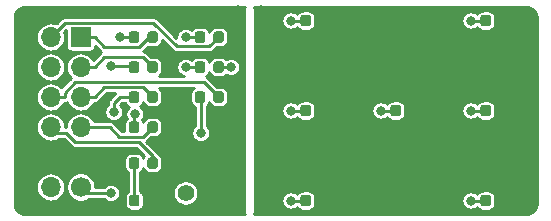
<source format=gbr>
G04 #@! TF.GenerationSoftware,KiCad,Pcbnew,(5.1.2)-2*
G04 #@! TF.CreationDate,2019-08-21T01:30:02+02:00*
G04 #@! TF.ProjectId,pmod-dice2,706d6f64-2d64-4696-9365-322e6b696361,rev?*
G04 #@! TF.SameCoordinates,Original*
G04 #@! TF.FileFunction,Copper,L1,Top*
G04 #@! TF.FilePolarity,Positive*
%FSLAX46Y46*%
G04 Gerber Fmt 4.6, Leading zero omitted, Abs format (unit mm)*
G04 Created by KiCad (PCBNEW (5.1.2)-2) date 2019-08-21 01:30:02*
%MOMM*%
%LPD*%
G04 APERTURE LIST*
%ADD10C,1.400000*%
%ADD11C,0.100000*%
%ADD12C,0.875000*%
%ADD13C,1.700000*%
%ADD14O,1.700000X1.700000*%
%ADD15R,1.700000X1.700000*%
%ADD16C,0.800000*%
%ADD17C,0.250000*%
%ADD18C,0.254000*%
G04 APERTURE END LIST*
D10*
X36830000Y-27940000D03*
X36830000Y-30480000D03*
D11*
G36*
X48805191Y-15401053D02*
G01*
X48826426Y-15404203D01*
X48847250Y-15409419D01*
X48867462Y-15416651D01*
X48886868Y-15425830D01*
X48905281Y-15436866D01*
X48922524Y-15449654D01*
X48938430Y-15464070D01*
X48952846Y-15479976D01*
X48965634Y-15497219D01*
X48976670Y-15515632D01*
X48985849Y-15535038D01*
X48993081Y-15555250D01*
X48998297Y-15576074D01*
X49001447Y-15597309D01*
X49002500Y-15618750D01*
X49002500Y-16131250D01*
X49001447Y-16152691D01*
X48998297Y-16173926D01*
X48993081Y-16194750D01*
X48985849Y-16214962D01*
X48976670Y-16234368D01*
X48965634Y-16252781D01*
X48952846Y-16270024D01*
X48938430Y-16285930D01*
X48922524Y-16300346D01*
X48905281Y-16313134D01*
X48886868Y-16324170D01*
X48867462Y-16333349D01*
X48847250Y-16340581D01*
X48826426Y-16345797D01*
X48805191Y-16348947D01*
X48783750Y-16350000D01*
X48346250Y-16350000D01*
X48324809Y-16348947D01*
X48303574Y-16345797D01*
X48282750Y-16340581D01*
X48262538Y-16333349D01*
X48243132Y-16324170D01*
X48224719Y-16313134D01*
X48207476Y-16300346D01*
X48191570Y-16285930D01*
X48177154Y-16270024D01*
X48164366Y-16252781D01*
X48153330Y-16234368D01*
X48144151Y-16214962D01*
X48136919Y-16194750D01*
X48131703Y-16173926D01*
X48128553Y-16152691D01*
X48127500Y-16131250D01*
X48127500Y-15618750D01*
X48128553Y-15597309D01*
X48131703Y-15576074D01*
X48136919Y-15555250D01*
X48144151Y-15535038D01*
X48153330Y-15515632D01*
X48164366Y-15497219D01*
X48177154Y-15479976D01*
X48191570Y-15464070D01*
X48207476Y-15449654D01*
X48224719Y-15436866D01*
X48243132Y-15425830D01*
X48262538Y-15416651D01*
X48282750Y-15409419D01*
X48303574Y-15404203D01*
X48324809Y-15401053D01*
X48346250Y-15400000D01*
X48783750Y-15400000D01*
X48805191Y-15401053D01*
X48805191Y-15401053D01*
G37*
D12*
X48565000Y-15875000D03*
D11*
G36*
X47230191Y-15401053D02*
G01*
X47251426Y-15404203D01*
X47272250Y-15409419D01*
X47292462Y-15416651D01*
X47311868Y-15425830D01*
X47330281Y-15436866D01*
X47347524Y-15449654D01*
X47363430Y-15464070D01*
X47377846Y-15479976D01*
X47390634Y-15497219D01*
X47401670Y-15515632D01*
X47410849Y-15535038D01*
X47418081Y-15555250D01*
X47423297Y-15576074D01*
X47426447Y-15597309D01*
X47427500Y-15618750D01*
X47427500Y-16131250D01*
X47426447Y-16152691D01*
X47423297Y-16173926D01*
X47418081Y-16194750D01*
X47410849Y-16214962D01*
X47401670Y-16234368D01*
X47390634Y-16252781D01*
X47377846Y-16270024D01*
X47363430Y-16285930D01*
X47347524Y-16300346D01*
X47330281Y-16313134D01*
X47311868Y-16324170D01*
X47292462Y-16333349D01*
X47272250Y-16340581D01*
X47251426Y-16345797D01*
X47230191Y-16348947D01*
X47208750Y-16350000D01*
X46771250Y-16350000D01*
X46749809Y-16348947D01*
X46728574Y-16345797D01*
X46707750Y-16340581D01*
X46687538Y-16333349D01*
X46668132Y-16324170D01*
X46649719Y-16313134D01*
X46632476Y-16300346D01*
X46616570Y-16285930D01*
X46602154Y-16270024D01*
X46589366Y-16252781D01*
X46578330Y-16234368D01*
X46569151Y-16214962D01*
X46561919Y-16194750D01*
X46556703Y-16173926D01*
X46553553Y-16152691D01*
X46552500Y-16131250D01*
X46552500Y-15618750D01*
X46553553Y-15597309D01*
X46556703Y-15576074D01*
X46561919Y-15555250D01*
X46569151Y-15535038D01*
X46578330Y-15515632D01*
X46589366Y-15497219D01*
X46602154Y-15479976D01*
X46616570Y-15464070D01*
X46632476Y-15449654D01*
X46649719Y-15436866D01*
X46668132Y-15425830D01*
X46687538Y-15416651D01*
X46707750Y-15409419D01*
X46728574Y-15404203D01*
X46749809Y-15401053D01*
X46771250Y-15400000D01*
X47208750Y-15400000D01*
X47230191Y-15401053D01*
X47230191Y-15401053D01*
G37*
D12*
X46990000Y-15875000D03*
D11*
G36*
X47230191Y-23021053D02*
G01*
X47251426Y-23024203D01*
X47272250Y-23029419D01*
X47292462Y-23036651D01*
X47311868Y-23045830D01*
X47330281Y-23056866D01*
X47347524Y-23069654D01*
X47363430Y-23084070D01*
X47377846Y-23099976D01*
X47390634Y-23117219D01*
X47401670Y-23135632D01*
X47410849Y-23155038D01*
X47418081Y-23175250D01*
X47423297Y-23196074D01*
X47426447Y-23217309D01*
X47427500Y-23238750D01*
X47427500Y-23751250D01*
X47426447Y-23772691D01*
X47423297Y-23793926D01*
X47418081Y-23814750D01*
X47410849Y-23834962D01*
X47401670Y-23854368D01*
X47390634Y-23872781D01*
X47377846Y-23890024D01*
X47363430Y-23905930D01*
X47347524Y-23920346D01*
X47330281Y-23933134D01*
X47311868Y-23944170D01*
X47292462Y-23953349D01*
X47272250Y-23960581D01*
X47251426Y-23965797D01*
X47230191Y-23968947D01*
X47208750Y-23970000D01*
X46771250Y-23970000D01*
X46749809Y-23968947D01*
X46728574Y-23965797D01*
X46707750Y-23960581D01*
X46687538Y-23953349D01*
X46668132Y-23944170D01*
X46649719Y-23933134D01*
X46632476Y-23920346D01*
X46616570Y-23905930D01*
X46602154Y-23890024D01*
X46589366Y-23872781D01*
X46578330Y-23854368D01*
X46569151Y-23834962D01*
X46561919Y-23814750D01*
X46556703Y-23793926D01*
X46553553Y-23772691D01*
X46552500Y-23751250D01*
X46552500Y-23238750D01*
X46553553Y-23217309D01*
X46556703Y-23196074D01*
X46561919Y-23175250D01*
X46569151Y-23155038D01*
X46578330Y-23135632D01*
X46589366Y-23117219D01*
X46602154Y-23099976D01*
X46616570Y-23084070D01*
X46632476Y-23069654D01*
X46649719Y-23056866D01*
X46668132Y-23045830D01*
X46687538Y-23036651D01*
X46707750Y-23029419D01*
X46728574Y-23024203D01*
X46749809Y-23021053D01*
X46771250Y-23020000D01*
X47208750Y-23020000D01*
X47230191Y-23021053D01*
X47230191Y-23021053D01*
G37*
D12*
X46990000Y-23495000D03*
D11*
G36*
X48805191Y-23021053D02*
G01*
X48826426Y-23024203D01*
X48847250Y-23029419D01*
X48867462Y-23036651D01*
X48886868Y-23045830D01*
X48905281Y-23056866D01*
X48922524Y-23069654D01*
X48938430Y-23084070D01*
X48952846Y-23099976D01*
X48965634Y-23117219D01*
X48976670Y-23135632D01*
X48985849Y-23155038D01*
X48993081Y-23175250D01*
X48998297Y-23196074D01*
X49001447Y-23217309D01*
X49002500Y-23238750D01*
X49002500Y-23751250D01*
X49001447Y-23772691D01*
X48998297Y-23793926D01*
X48993081Y-23814750D01*
X48985849Y-23834962D01*
X48976670Y-23854368D01*
X48965634Y-23872781D01*
X48952846Y-23890024D01*
X48938430Y-23905930D01*
X48922524Y-23920346D01*
X48905281Y-23933134D01*
X48886868Y-23944170D01*
X48867462Y-23953349D01*
X48847250Y-23960581D01*
X48826426Y-23965797D01*
X48805191Y-23968947D01*
X48783750Y-23970000D01*
X48346250Y-23970000D01*
X48324809Y-23968947D01*
X48303574Y-23965797D01*
X48282750Y-23960581D01*
X48262538Y-23953349D01*
X48243132Y-23944170D01*
X48224719Y-23933134D01*
X48207476Y-23920346D01*
X48191570Y-23905930D01*
X48177154Y-23890024D01*
X48164366Y-23872781D01*
X48153330Y-23854368D01*
X48144151Y-23834962D01*
X48136919Y-23814750D01*
X48131703Y-23793926D01*
X48128553Y-23772691D01*
X48127500Y-23751250D01*
X48127500Y-23238750D01*
X48128553Y-23217309D01*
X48131703Y-23196074D01*
X48136919Y-23175250D01*
X48144151Y-23155038D01*
X48153330Y-23135632D01*
X48164366Y-23117219D01*
X48177154Y-23099976D01*
X48191570Y-23084070D01*
X48207476Y-23069654D01*
X48224719Y-23056866D01*
X48243132Y-23045830D01*
X48262538Y-23036651D01*
X48282750Y-23029419D01*
X48303574Y-23024203D01*
X48324809Y-23021053D01*
X48346250Y-23020000D01*
X48783750Y-23020000D01*
X48805191Y-23021053D01*
X48805191Y-23021053D01*
G37*
D12*
X48565000Y-23495000D03*
D11*
G36*
X47230191Y-30641053D02*
G01*
X47251426Y-30644203D01*
X47272250Y-30649419D01*
X47292462Y-30656651D01*
X47311868Y-30665830D01*
X47330281Y-30676866D01*
X47347524Y-30689654D01*
X47363430Y-30704070D01*
X47377846Y-30719976D01*
X47390634Y-30737219D01*
X47401670Y-30755632D01*
X47410849Y-30775038D01*
X47418081Y-30795250D01*
X47423297Y-30816074D01*
X47426447Y-30837309D01*
X47427500Y-30858750D01*
X47427500Y-31371250D01*
X47426447Y-31392691D01*
X47423297Y-31413926D01*
X47418081Y-31434750D01*
X47410849Y-31454962D01*
X47401670Y-31474368D01*
X47390634Y-31492781D01*
X47377846Y-31510024D01*
X47363430Y-31525930D01*
X47347524Y-31540346D01*
X47330281Y-31553134D01*
X47311868Y-31564170D01*
X47292462Y-31573349D01*
X47272250Y-31580581D01*
X47251426Y-31585797D01*
X47230191Y-31588947D01*
X47208750Y-31590000D01*
X46771250Y-31590000D01*
X46749809Y-31588947D01*
X46728574Y-31585797D01*
X46707750Y-31580581D01*
X46687538Y-31573349D01*
X46668132Y-31564170D01*
X46649719Y-31553134D01*
X46632476Y-31540346D01*
X46616570Y-31525930D01*
X46602154Y-31510024D01*
X46589366Y-31492781D01*
X46578330Y-31474368D01*
X46569151Y-31454962D01*
X46561919Y-31434750D01*
X46556703Y-31413926D01*
X46553553Y-31392691D01*
X46552500Y-31371250D01*
X46552500Y-30858750D01*
X46553553Y-30837309D01*
X46556703Y-30816074D01*
X46561919Y-30795250D01*
X46569151Y-30775038D01*
X46578330Y-30755632D01*
X46589366Y-30737219D01*
X46602154Y-30719976D01*
X46616570Y-30704070D01*
X46632476Y-30689654D01*
X46649719Y-30676866D01*
X46668132Y-30665830D01*
X46687538Y-30656651D01*
X46707750Y-30649419D01*
X46728574Y-30644203D01*
X46749809Y-30641053D01*
X46771250Y-30640000D01*
X47208750Y-30640000D01*
X47230191Y-30641053D01*
X47230191Y-30641053D01*
G37*
D12*
X46990000Y-31115000D03*
D11*
G36*
X48805191Y-30641053D02*
G01*
X48826426Y-30644203D01*
X48847250Y-30649419D01*
X48867462Y-30656651D01*
X48886868Y-30665830D01*
X48905281Y-30676866D01*
X48922524Y-30689654D01*
X48938430Y-30704070D01*
X48952846Y-30719976D01*
X48965634Y-30737219D01*
X48976670Y-30755632D01*
X48985849Y-30775038D01*
X48993081Y-30795250D01*
X48998297Y-30816074D01*
X49001447Y-30837309D01*
X49002500Y-30858750D01*
X49002500Y-31371250D01*
X49001447Y-31392691D01*
X48998297Y-31413926D01*
X48993081Y-31434750D01*
X48985849Y-31454962D01*
X48976670Y-31474368D01*
X48965634Y-31492781D01*
X48952846Y-31510024D01*
X48938430Y-31525930D01*
X48922524Y-31540346D01*
X48905281Y-31553134D01*
X48886868Y-31564170D01*
X48867462Y-31573349D01*
X48847250Y-31580581D01*
X48826426Y-31585797D01*
X48805191Y-31588947D01*
X48783750Y-31590000D01*
X48346250Y-31590000D01*
X48324809Y-31588947D01*
X48303574Y-31585797D01*
X48282750Y-31580581D01*
X48262538Y-31573349D01*
X48243132Y-31564170D01*
X48224719Y-31553134D01*
X48207476Y-31540346D01*
X48191570Y-31525930D01*
X48177154Y-31510024D01*
X48164366Y-31492781D01*
X48153330Y-31474368D01*
X48144151Y-31454962D01*
X48136919Y-31434750D01*
X48131703Y-31413926D01*
X48128553Y-31392691D01*
X48127500Y-31371250D01*
X48127500Y-30858750D01*
X48128553Y-30837309D01*
X48131703Y-30816074D01*
X48136919Y-30795250D01*
X48144151Y-30775038D01*
X48153330Y-30755632D01*
X48164366Y-30737219D01*
X48177154Y-30719976D01*
X48191570Y-30704070D01*
X48207476Y-30689654D01*
X48224719Y-30676866D01*
X48243132Y-30665830D01*
X48262538Y-30656651D01*
X48282750Y-30649419D01*
X48303574Y-30644203D01*
X48324809Y-30641053D01*
X48346250Y-30640000D01*
X48783750Y-30640000D01*
X48805191Y-30641053D01*
X48805191Y-30641053D01*
G37*
D12*
X48565000Y-31115000D03*
D11*
G36*
X56425191Y-23021053D02*
G01*
X56446426Y-23024203D01*
X56467250Y-23029419D01*
X56487462Y-23036651D01*
X56506868Y-23045830D01*
X56525281Y-23056866D01*
X56542524Y-23069654D01*
X56558430Y-23084070D01*
X56572846Y-23099976D01*
X56585634Y-23117219D01*
X56596670Y-23135632D01*
X56605849Y-23155038D01*
X56613081Y-23175250D01*
X56618297Y-23196074D01*
X56621447Y-23217309D01*
X56622500Y-23238750D01*
X56622500Y-23751250D01*
X56621447Y-23772691D01*
X56618297Y-23793926D01*
X56613081Y-23814750D01*
X56605849Y-23834962D01*
X56596670Y-23854368D01*
X56585634Y-23872781D01*
X56572846Y-23890024D01*
X56558430Y-23905930D01*
X56542524Y-23920346D01*
X56525281Y-23933134D01*
X56506868Y-23944170D01*
X56487462Y-23953349D01*
X56467250Y-23960581D01*
X56446426Y-23965797D01*
X56425191Y-23968947D01*
X56403750Y-23970000D01*
X55966250Y-23970000D01*
X55944809Y-23968947D01*
X55923574Y-23965797D01*
X55902750Y-23960581D01*
X55882538Y-23953349D01*
X55863132Y-23944170D01*
X55844719Y-23933134D01*
X55827476Y-23920346D01*
X55811570Y-23905930D01*
X55797154Y-23890024D01*
X55784366Y-23872781D01*
X55773330Y-23854368D01*
X55764151Y-23834962D01*
X55756919Y-23814750D01*
X55751703Y-23793926D01*
X55748553Y-23772691D01*
X55747500Y-23751250D01*
X55747500Y-23238750D01*
X55748553Y-23217309D01*
X55751703Y-23196074D01*
X55756919Y-23175250D01*
X55764151Y-23155038D01*
X55773330Y-23135632D01*
X55784366Y-23117219D01*
X55797154Y-23099976D01*
X55811570Y-23084070D01*
X55827476Y-23069654D01*
X55844719Y-23056866D01*
X55863132Y-23045830D01*
X55882538Y-23036651D01*
X55902750Y-23029419D01*
X55923574Y-23024203D01*
X55944809Y-23021053D01*
X55966250Y-23020000D01*
X56403750Y-23020000D01*
X56425191Y-23021053D01*
X56425191Y-23021053D01*
G37*
D12*
X56185000Y-23495000D03*
D11*
G36*
X54850191Y-23021053D02*
G01*
X54871426Y-23024203D01*
X54892250Y-23029419D01*
X54912462Y-23036651D01*
X54931868Y-23045830D01*
X54950281Y-23056866D01*
X54967524Y-23069654D01*
X54983430Y-23084070D01*
X54997846Y-23099976D01*
X55010634Y-23117219D01*
X55021670Y-23135632D01*
X55030849Y-23155038D01*
X55038081Y-23175250D01*
X55043297Y-23196074D01*
X55046447Y-23217309D01*
X55047500Y-23238750D01*
X55047500Y-23751250D01*
X55046447Y-23772691D01*
X55043297Y-23793926D01*
X55038081Y-23814750D01*
X55030849Y-23834962D01*
X55021670Y-23854368D01*
X55010634Y-23872781D01*
X54997846Y-23890024D01*
X54983430Y-23905930D01*
X54967524Y-23920346D01*
X54950281Y-23933134D01*
X54931868Y-23944170D01*
X54912462Y-23953349D01*
X54892250Y-23960581D01*
X54871426Y-23965797D01*
X54850191Y-23968947D01*
X54828750Y-23970000D01*
X54391250Y-23970000D01*
X54369809Y-23968947D01*
X54348574Y-23965797D01*
X54327750Y-23960581D01*
X54307538Y-23953349D01*
X54288132Y-23944170D01*
X54269719Y-23933134D01*
X54252476Y-23920346D01*
X54236570Y-23905930D01*
X54222154Y-23890024D01*
X54209366Y-23872781D01*
X54198330Y-23854368D01*
X54189151Y-23834962D01*
X54181919Y-23814750D01*
X54176703Y-23793926D01*
X54173553Y-23772691D01*
X54172500Y-23751250D01*
X54172500Y-23238750D01*
X54173553Y-23217309D01*
X54176703Y-23196074D01*
X54181919Y-23175250D01*
X54189151Y-23155038D01*
X54198330Y-23135632D01*
X54209366Y-23117219D01*
X54222154Y-23099976D01*
X54236570Y-23084070D01*
X54252476Y-23069654D01*
X54269719Y-23056866D01*
X54288132Y-23045830D01*
X54307538Y-23036651D01*
X54327750Y-23029419D01*
X54348574Y-23024203D01*
X54369809Y-23021053D01*
X54391250Y-23020000D01*
X54828750Y-23020000D01*
X54850191Y-23021053D01*
X54850191Y-23021053D01*
G37*
D12*
X54610000Y-23495000D03*
D11*
G36*
X62470191Y-15401053D02*
G01*
X62491426Y-15404203D01*
X62512250Y-15409419D01*
X62532462Y-15416651D01*
X62551868Y-15425830D01*
X62570281Y-15436866D01*
X62587524Y-15449654D01*
X62603430Y-15464070D01*
X62617846Y-15479976D01*
X62630634Y-15497219D01*
X62641670Y-15515632D01*
X62650849Y-15535038D01*
X62658081Y-15555250D01*
X62663297Y-15576074D01*
X62666447Y-15597309D01*
X62667500Y-15618750D01*
X62667500Y-16131250D01*
X62666447Y-16152691D01*
X62663297Y-16173926D01*
X62658081Y-16194750D01*
X62650849Y-16214962D01*
X62641670Y-16234368D01*
X62630634Y-16252781D01*
X62617846Y-16270024D01*
X62603430Y-16285930D01*
X62587524Y-16300346D01*
X62570281Y-16313134D01*
X62551868Y-16324170D01*
X62532462Y-16333349D01*
X62512250Y-16340581D01*
X62491426Y-16345797D01*
X62470191Y-16348947D01*
X62448750Y-16350000D01*
X62011250Y-16350000D01*
X61989809Y-16348947D01*
X61968574Y-16345797D01*
X61947750Y-16340581D01*
X61927538Y-16333349D01*
X61908132Y-16324170D01*
X61889719Y-16313134D01*
X61872476Y-16300346D01*
X61856570Y-16285930D01*
X61842154Y-16270024D01*
X61829366Y-16252781D01*
X61818330Y-16234368D01*
X61809151Y-16214962D01*
X61801919Y-16194750D01*
X61796703Y-16173926D01*
X61793553Y-16152691D01*
X61792500Y-16131250D01*
X61792500Y-15618750D01*
X61793553Y-15597309D01*
X61796703Y-15576074D01*
X61801919Y-15555250D01*
X61809151Y-15535038D01*
X61818330Y-15515632D01*
X61829366Y-15497219D01*
X61842154Y-15479976D01*
X61856570Y-15464070D01*
X61872476Y-15449654D01*
X61889719Y-15436866D01*
X61908132Y-15425830D01*
X61927538Y-15416651D01*
X61947750Y-15409419D01*
X61968574Y-15404203D01*
X61989809Y-15401053D01*
X62011250Y-15400000D01*
X62448750Y-15400000D01*
X62470191Y-15401053D01*
X62470191Y-15401053D01*
G37*
D12*
X62230000Y-15875000D03*
D11*
G36*
X64045191Y-15401053D02*
G01*
X64066426Y-15404203D01*
X64087250Y-15409419D01*
X64107462Y-15416651D01*
X64126868Y-15425830D01*
X64145281Y-15436866D01*
X64162524Y-15449654D01*
X64178430Y-15464070D01*
X64192846Y-15479976D01*
X64205634Y-15497219D01*
X64216670Y-15515632D01*
X64225849Y-15535038D01*
X64233081Y-15555250D01*
X64238297Y-15576074D01*
X64241447Y-15597309D01*
X64242500Y-15618750D01*
X64242500Y-16131250D01*
X64241447Y-16152691D01*
X64238297Y-16173926D01*
X64233081Y-16194750D01*
X64225849Y-16214962D01*
X64216670Y-16234368D01*
X64205634Y-16252781D01*
X64192846Y-16270024D01*
X64178430Y-16285930D01*
X64162524Y-16300346D01*
X64145281Y-16313134D01*
X64126868Y-16324170D01*
X64107462Y-16333349D01*
X64087250Y-16340581D01*
X64066426Y-16345797D01*
X64045191Y-16348947D01*
X64023750Y-16350000D01*
X63586250Y-16350000D01*
X63564809Y-16348947D01*
X63543574Y-16345797D01*
X63522750Y-16340581D01*
X63502538Y-16333349D01*
X63483132Y-16324170D01*
X63464719Y-16313134D01*
X63447476Y-16300346D01*
X63431570Y-16285930D01*
X63417154Y-16270024D01*
X63404366Y-16252781D01*
X63393330Y-16234368D01*
X63384151Y-16214962D01*
X63376919Y-16194750D01*
X63371703Y-16173926D01*
X63368553Y-16152691D01*
X63367500Y-16131250D01*
X63367500Y-15618750D01*
X63368553Y-15597309D01*
X63371703Y-15576074D01*
X63376919Y-15555250D01*
X63384151Y-15535038D01*
X63393330Y-15515632D01*
X63404366Y-15497219D01*
X63417154Y-15479976D01*
X63431570Y-15464070D01*
X63447476Y-15449654D01*
X63464719Y-15436866D01*
X63483132Y-15425830D01*
X63502538Y-15416651D01*
X63522750Y-15409419D01*
X63543574Y-15404203D01*
X63564809Y-15401053D01*
X63586250Y-15400000D01*
X64023750Y-15400000D01*
X64045191Y-15401053D01*
X64045191Y-15401053D01*
G37*
D12*
X63805000Y-15875000D03*
D11*
G36*
X64045191Y-23021053D02*
G01*
X64066426Y-23024203D01*
X64087250Y-23029419D01*
X64107462Y-23036651D01*
X64126868Y-23045830D01*
X64145281Y-23056866D01*
X64162524Y-23069654D01*
X64178430Y-23084070D01*
X64192846Y-23099976D01*
X64205634Y-23117219D01*
X64216670Y-23135632D01*
X64225849Y-23155038D01*
X64233081Y-23175250D01*
X64238297Y-23196074D01*
X64241447Y-23217309D01*
X64242500Y-23238750D01*
X64242500Y-23751250D01*
X64241447Y-23772691D01*
X64238297Y-23793926D01*
X64233081Y-23814750D01*
X64225849Y-23834962D01*
X64216670Y-23854368D01*
X64205634Y-23872781D01*
X64192846Y-23890024D01*
X64178430Y-23905930D01*
X64162524Y-23920346D01*
X64145281Y-23933134D01*
X64126868Y-23944170D01*
X64107462Y-23953349D01*
X64087250Y-23960581D01*
X64066426Y-23965797D01*
X64045191Y-23968947D01*
X64023750Y-23970000D01*
X63586250Y-23970000D01*
X63564809Y-23968947D01*
X63543574Y-23965797D01*
X63522750Y-23960581D01*
X63502538Y-23953349D01*
X63483132Y-23944170D01*
X63464719Y-23933134D01*
X63447476Y-23920346D01*
X63431570Y-23905930D01*
X63417154Y-23890024D01*
X63404366Y-23872781D01*
X63393330Y-23854368D01*
X63384151Y-23834962D01*
X63376919Y-23814750D01*
X63371703Y-23793926D01*
X63368553Y-23772691D01*
X63367500Y-23751250D01*
X63367500Y-23238750D01*
X63368553Y-23217309D01*
X63371703Y-23196074D01*
X63376919Y-23175250D01*
X63384151Y-23155038D01*
X63393330Y-23135632D01*
X63404366Y-23117219D01*
X63417154Y-23099976D01*
X63431570Y-23084070D01*
X63447476Y-23069654D01*
X63464719Y-23056866D01*
X63483132Y-23045830D01*
X63502538Y-23036651D01*
X63522750Y-23029419D01*
X63543574Y-23024203D01*
X63564809Y-23021053D01*
X63586250Y-23020000D01*
X64023750Y-23020000D01*
X64045191Y-23021053D01*
X64045191Y-23021053D01*
G37*
D12*
X63805000Y-23495000D03*
D11*
G36*
X62470191Y-23021053D02*
G01*
X62491426Y-23024203D01*
X62512250Y-23029419D01*
X62532462Y-23036651D01*
X62551868Y-23045830D01*
X62570281Y-23056866D01*
X62587524Y-23069654D01*
X62603430Y-23084070D01*
X62617846Y-23099976D01*
X62630634Y-23117219D01*
X62641670Y-23135632D01*
X62650849Y-23155038D01*
X62658081Y-23175250D01*
X62663297Y-23196074D01*
X62666447Y-23217309D01*
X62667500Y-23238750D01*
X62667500Y-23751250D01*
X62666447Y-23772691D01*
X62663297Y-23793926D01*
X62658081Y-23814750D01*
X62650849Y-23834962D01*
X62641670Y-23854368D01*
X62630634Y-23872781D01*
X62617846Y-23890024D01*
X62603430Y-23905930D01*
X62587524Y-23920346D01*
X62570281Y-23933134D01*
X62551868Y-23944170D01*
X62532462Y-23953349D01*
X62512250Y-23960581D01*
X62491426Y-23965797D01*
X62470191Y-23968947D01*
X62448750Y-23970000D01*
X62011250Y-23970000D01*
X61989809Y-23968947D01*
X61968574Y-23965797D01*
X61947750Y-23960581D01*
X61927538Y-23953349D01*
X61908132Y-23944170D01*
X61889719Y-23933134D01*
X61872476Y-23920346D01*
X61856570Y-23905930D01*
X61842154Y-23890024D01*
X61829366Y-23872781D01*
X61818330Y-23854368D01*
X61809151Y-23834962D01*
X61801919Y-23814750D01*
X61796703Y-23793926D01*
X61793553Y-23772691D01*
X61792500Y-23751250D01*
X61792500Y-23238750D01*
X61793553Y-23217309D01*
X61796703Y-23196074D01*
X61801919Y-23175250D01*
X61809151Y-23155038D01*
X61818330Y-23135632D01*
X61829366Y-23117219D01*
X61842154Y-23099976D01*
X61856570Y-23084070D01*
X61872476Y-23069654D01*
X61889719Y-23056866D01*
X61908132Y-23045830D01*
X61927538Y-23036651D01*
X61947750Y-23029419D01*
X61968574Y-23024203D01*
X61989809Y-23021053D01*
X62011250Y-23020000D01*
X62448750Y-23020000D01*
X62470191Y-23021053D01*
X62470191Y-23021053D01*
G37*
D12*
X62230000Y-23495000D03*
D11*
G36*
X64045191Y-30641053D02*
G01*
X64066426Y-30644203D01*
X64087250Y-30649419D01*
X64107462Y-30656651D01*
X64126868Y-30665830D01*
X64145281Y-30676866D01*
X64162524Y-30689654D01*
X64178430Y-30704070D01*
X64192846Y-30719976D01*
X64205634Y-30737219D01*
X64216670Y-30755632D01*
X64225849Y-30775038D01*
X64233081Y-30795250D01*
X64238297Y-30816074D01*
X64241447Y-30837309D01*
X64242500Y-30858750D01*
X64242500Y-31371250D01*
X64241447Y-31392691D01*
X64238297Y-31413926D01*
X64233081Y-31434750D01*
X64225849Y-31454962D01*
X64216670Y-31474368D01*
X64205634Y-31492781D01*
X64192846Y-31510024D01*
X64178430Y-31525930D01*
X64162524Y-31540346D01*
X64145281Y-31553134D01*
X64126868Y-31564170D01*
X64107462Y-31573349D01*
X64087250Y-31580581D01*
X64066426Y-31585797D01*
X64045191Y-31588947D01*
X64023750Y-31590000D01*
X63586250Y-31590000D01*
X63564809Y-31588947D01*
X63543574Y-31585797D01*
X63522750Y-31580581D01*
X63502538Y-31573349D01*
X63483132Y-31564170D01*
X63464719Y-31553134D01*
X63447476Y-31540346D01*
X63431570Y-31525930D01*
X63417154Y-31510024D01*
X63404366Y-31492781D01*
X63393330Y-31474368D01*
X63384151Y-31454962D01*
X63376919Y-31434750D01*
X63371703Y-31413926D01*
X63368553Y-31392691D01*
X63367500Y-31371250D01*
X63367500Y-30858750D01*
X63368553Y-30837309D01*
X63371703Y-30816074D01*
X63376919Y-30795250D01*
X63384151Y-30775038D01*
X63393330Y-30755632D01*
X63404366Y-30737219D01*
X63417154Y-30719976D01*
X63431570Y-30704070D01*
X63447476Y-30689654D01*
X63464719Y-30676866D01*
X63483132Y-30665830D01*
X63502538Y-30656651D01*
X63522750Y-30649419D01*
X63543574Y-30644203D01*
X63564809Y-30641053D01*
X63586250Y-30640000D01*
X64023750Y-30640000D01*
X64045191Y-30641053D01*
X64045191Y-30641053D01*
G37*
D12*
X63805000Y-31115000D03*
D11*
G36*
X62470191Y-30641053D02*
G01*
X62491426Y-30644203D01*
X62512250Y-30649419D01*
X62532462Y-30656651D01*
X62551868Y-30665830D01*
X62570281Y-30676866D01*
X62587524Y-30689654D01*
X62603430Y-30704070D01*
X62617846Y-30719976D01*
X62630634Y-30737219D01*
X62641670Y-30755632D01*
X62650849Y-30775038D01*
X62658081Y-30795250D01*
X62663297Y-30816074D01*
X62666447Y-30837309D01*
X62667500Y-30858750D01*
X62667500Y-31371250D01*
X62666447Y-31392691D01*
X62663297Y-31413926D01*
X62658081Y-31434750D01*
X62650849Y-31454962D01*
X62641670Y-31474368D01*
X62630634Y-31492781D01*
X62617846Y-31510024D01*
X62603430Y-31525930D01*
X62587524Y-31540346D01*
X62570281Y-31553134D01*
X62551868Y-31564170D01*
X62532462Y-31573349D01*
X62512250Y-31580581D01*
X62491426Y-31585797D01*
X62470191Y-31588947D01*
X62448750Y-31590000D01*
X62011250Y-31590000D01*
X61989809Y-31588947D01*
X61968574Y-31585797D01*
X61947750Y-31580581D01*
X61927538Y-31573349D01*
X61908132Y-31564170D01*
X61889719Y-31553134D01*
X61872476Y-31540346D01*
X61856570Y-31525930D01*
X61842154Y-31510024D01*
X61829366Y-31492781D01*
X61818330Y-31474368D01*
X61809151Y-31454962D01*
X61801919Y-31434750D01*
X61796703Y-31413926D01*
X61793553Y-31392691D01*
X61792500Y-31371250D01*
X61792500Y-30858750D01*
X61793553Y-30837309D01*
X61796703Y-30816074D01*
X61801919Y-30795250D01*
X61809151Y-30775038D01*
X61818330Y-30755632D01*
X61829366Y-30737219D01*
X61842154Y-30719976D01*
X61856570Y-30704070D01*
X61872476Y-30689654D01*
X61889719Y-30676866D01*
X61908132Y-30665830D01*
X61927538Y-30656651D01*
X61947750Y-30649419D01*
X61968574Y-30644203D01*
X61989809Y-30641053D01*
X62011250Y-30640000D01*
X62448750Y-30640000D01*
X62470191Y-30641053D01*
X62470191Y-30641053D01*
G37*
D12*
X62230000Y-31115000D03*
D11*
G36*
X32726691Y-30641053D02*
G01*
X32747926Y-30644203D01*
X32768750Y-30649419D01*
X32788962Y-30656651D01*
X32808368Y-30665830D01*
X32826781Y-30676866D01*
X32844024Y-30689654D01*
X32859930Y-30704070D01*
X32874346Y-30719976D01*
X32887134Y-30737219D01*
X32898170Y-30755632D01*
X32907349Y-30775038D01*
X32914581Y-30795250D01*
X32919797Y-30816074D01*
X32922947Y-30837309D01*
X32924000Y-30858750D01*
X32924000Y-31371250D01*
X32922947Y-31392691D01*
X32919797Y-31413926D01*
X32914581Y-31434750D01*
X32907349Y-31454962D01*
X32898170Y-31474368D01*
X32887134Y-31492781D01*
X32874346Y-31510024D01*
X32859930Y-31525930D01*
X32844024Y-31540346D01*
X32826781Y-31553134D01*
X32808368Y-31564170D01*
X32788962Y-31573349D01*
X32768750Y-31580581D01*
X32747926Y-31585797D01*
X32726691Y-31588947D01*
X32705250Y-31590000D01*
X32267750Y-31590000D01*
X32246309Y-31588947D01*
X32225074Y-31585797D01*
X32204250Y-31580581D01*
X32184038Y-31573349D01*
X32164632Y-31564170D01*
X32146219Y-31553134D01*
X32128976Y-31540346D01*
X32113070Y-31525930D01*
X32098654Y-31510024D01*
X32085866Y-31492781D01*
X32074830Y-31474368D01*
X32065651Y-31454962D01*
X32058419Y-31434750D01*
X32053203Y-31413926D01*
X32050053Y-31392691D01*
X32049000Y-31371250D01*
X32049000Y-30858750D01*
X32050053Y-30837309D01*
X32053203Y-30816074D01*
X32058419Y-30795250D01*
X32065651Y-30775038D01*
X32074830Y-30755632D01*
X32085866Y-30737219D01*
X32098654Y-30719976D01*
X32113070Y-30704070D01*
X32128976Y-30689654D01*
X32146219Y-30676866D01*
X32164632Y-30665830D01*
X32184038Y-30656651D01*
X32204250Y-30649419D01*
X32225074Y-30644203D01*
X32246309Y-30641053D01*
X32267750Y-30640000D01*
X32705250Y-30640000D01*
X32726691Y-30641053D01*
X32726691Y-30641053D01*
G37*
D12*
X32486500Y-31115000D03*
D11*
G36*
X34301691Y-30641053D02*
G01*
X34322926Y-30644203D01*
X34343750Y-30649419D01*
X34363962Y-30656651D01*
X34383368Y-30665830D01*
X34401781Y-30676866D01*
X34419024Y-30689654D01*
X34434930Y-30704070D01*
X34449346Y-30719976D01*
X34462134Y-30737219D01*
X34473170Y-30755632D01*
X34482349Y-30775038D01*
X34489581Y-30795250D01*
X34494797Y-30816074D01*
X34497947Y-30837309D01*
X34499000Y-30858750D01*
X34499000Y-31371250D01*
X34497947Y-31392691D01*
X34494797Y-31413926D01*
X34489581Y-31434750D01*
X34482349Y-31454962D01*
X34473170Y-31474368D01*
X34462134Y-31492781D01*
X34449346Y-31510024D01*
X34434930Y-31525930D01*
X34419024Y-31540346D01*
X34401781Y-31553134D01*
X34383368Y-31564170D01*
X34363962Y-31573349D01*
X34343750Y-31580581D01*
X34322926Y-31585797D01*
X34301691Y-31588947D01*
X34280250Y-31590000D01*
X33842750Y-31590000D01*
X33821309Y-31588947D01*
X33800074Y-31585797D01*
X33779250Y-31580581D01*
X33759038Y-31573349D01*
X33739632Y-31564170D01*
X33721219Y-31553134D01*
X33703976Y-31540346D01*
X33688070Y-31525930D01*
X33673654Y-31510024D01*
X33660866Y-31492781D01*
X33649830Y-31474368D01*
X33640651Y-31454962D01*
X33633419Y-31434750D01*
X33628203Y-31413926D01*
X33625053Y-31392691D01*
X33624000Y-31371250D01*
X33624000Y-30858750D01*
X33625053Y-30837309D01*
X33628203Y-30816074D01*
X33633419Y-30795250D01*
X33640651Y-30775038D01*
X33649830Y-30755632D01*
X33660866Y-30737219D01*
X33673654Y-30719976D01*
X33688070Y-30704070D01*
X33703976Y-30689654D01*
X33721219Y-30676866D01*
X33739632Y-30665830D01*
X33759038Y-30656651D01*
X33779250Y-30649419D01*
X33800074Y-30644203D01*
X33821309Y-30641053D01*
X33842750Y-30640000D01*
X34280250Y-30640000D01*
X34301691Y-30641053D01*
X34301691Y-30641053D01*
G37*
D12*
X34061500Y-31115000D03*
D13*
X27940000Y-29972000D03*
D14*
X25400000Y-29972000D03*
X27940000Y-27432000D03*
X25400000Y-27432000D03*
X27940000Y-24892000D03*
X25400000Y-24892000D03*
X27940000Y-22352000D03*
X25400000Y-22352000D03*
X27940000Y-19812000D03*
X25400000Y-19812000D03*
D15*
X27940000Y-17272000D03*
D14*
X25400000Y-17272000D03*
D11*
G36*
X34276191Y-16798053D02*
G01*
X34297426Y-16801203D01*
X34318250Y-16806419D01*
X34338462Y-16813651D01*
X34357868Y-16822830D01*
X34376281Y-16833866D01*
X34393524Y-16846654D01*
X34409430Y-16861070D01*
X34423846Y-16876976D01*
X34436634Y-16894219D01*
X34447670Y-16912632D01*
X34456849Y-16932038D01*
X34464081Y-16952250D01*
X34469297Y-16973074D01*
X34472447Y-16994309D01*
X34473500Y-17015750D01*
X34473500Y-17528250D01*
X34472447Y-17549691D01*
X34469297Y-17570926D01*
X34464081Y-17591750D01*
X34456849Y-17611962D01*
X34447670Y-17631368D01*
X34436634Y-17649781D01*
X34423846Y-17667024D01*
X34409430Y-17682930D01*
X34393524Y-17697346D01*
X34376281Y-17710134D01*
X34357868Y-17721170D01*
X34338462Y-17730349D01*
X34318250Y-17737581D01*
X34297426Y-17742797D01*
X34276191Y-17745947D01*
X34254750Y-17747000D01*
X33817250Y-17747000D01*
X33795809Y-17745947D01*
X33774574Y-17742797D01*
X33753750Y-17737581D01*
X33733538Y-17730349D01*
X33714132Y-17721170D01*
X33695719Y-17710134D01*
X33678476Y-17697346D01*
X33662570Y-17682930D01*
X33648154Y-17667024D01*
X33635366Y-17649781D01*
X33624330Y-17631368D01*
X33615151Y-17611962D01*
X33607919Y-17591750D01*
X33602703Y-17570926D01*
X33599553Y-17549691D01*
X33598500Y-17528250D01*
X33598500Y-17015750D01*
X33599553Y-16994309D01*
X33602703Y-16973074D01*
X33607919Y-16952250D01*
X33615151Y-16932038D01*
X33624330Y-16912632D01*
X33635366Y-16894219D01*
X33648154Y-16876976D01*
X33662570Y-16861070D01*
X33678476Y-16846654D01*
X33695719Y-16833866D01*
X33714132Y-16822830D01*
X33733538Y-16813651D01*
X33753750Y-16806419D01*
X33774574Y-16801203D01*
X33795809Y-16798053D01*
X33817250Y-16797000D01*
X34254750Y-16797000D01*
X34276191Y-16798053D01*
X34276191Y-16798053D01*
G37*
D12*
X34036000Y-17272000D03*
D11*
G36*
X32701191Y-16798053D02*
G01*
X32722426Y-16801203D01*
X32743250Y-16806419D01*
X32763462Y-16813651D01*
X32782868Y-16822830D01*
X32801281Y-16833866D01*
X32818524Y-16846654D01*
X32834430Y-16861070D01*
X32848846Y-16876976D01*
X32861634Y-16894219D01*
X32872670Y-16912632D01*
X32881849Y-16932038D01*
X32889081Y-16952250D01*
X32894297Y-16973074D01*
X32897447Y-16994309D01*
X32898500Y-17015750D01*
X32898500Y-17528250D01*
X32897447Y-17549691D01*
X32894297Y-17570926D01*
X32889081Y-17591750D01*
X32881849Y-17611962D01*
X32872670Y-17631368D01*
X32861634Y-17649781D01*
X32848846Y-17667024D01*
X32834430Y-17682930D01*
X32818524Y-17697346D01*
X32801281Y-17710134D01*
X32782868Y-17721170D01*
X32763462Y-17730349D01*
X32743250Y-17737581D01*
X32722426Y-17742797D01*
X32701191Y-17745947D01*
X32679750Y-17747000D01*
X32242250Y-17747000D01*
X32220809Y-17745947D01*
X32199574Y-17742797D01*
X32178750Y-17737581D01*
X32158538Y-17730349D01*
X32139132Y-17721170D01*
X32120719Y-17710134D01*
X32103476Y-17697346D01*
X32087570Y-17682930D01*
X32073154Y-17667024D01*
X32060366Y-17649781D01*
X32049330Y-17631368D01*
X32040151Y-17611962D01*
X32032919Y-17591750D01*
X32027703Y-17570926D01*
X32024553Y-17549691D01*
X32023500Y-17528250D01*
X32023500Y-17015750D01*
X32024553Y-16994309D01*
X32027703Y-16973074D01*
X32032919Y-16952250D01*
X32040151Y-16932038D01*
X32049330Y-16912632D01*
X32060366Y-16894219D01*
X32073154Y-16876976D01*
X32087570Y-16861070D01*
X32103476Y-16846654D01*
X32120719Y-16833866D01*
X32139132Y-16822830D01*
X32158538Y-16813651D01*
X32178750Y-16806419D01*
X32199574Y-16801203D01*
X32220809Y-16798053D01*
X32242250Y-16797000D01*
X32679750Y-16797000D01*
X32701191Y-16798053D01*
X32701191Y-16798053D01*
G37*
D12*
X32461000Y-17272000D03*
D11*
G36*
X32701191Y-19338053D02*
G01*
X32722426Y-19341203D01*
X32743250Y-19346419D01*
X32763462Y-19353651D01*
X32782868Y-19362830D01*
X32801281Y-19373866D01*
X32818524Y-19386654D01*
X32834430Y-19401070D01*
X32848846Y-19416976D01*
X32861634Y-19434219D01*
X32872670Y-19452632D01*
X32881849Y-19472038D01*
X32889081Y-19492250D01*
X32894297Y-19513074D01*
X32897447Y-19534309D01*
X32898500Y-19555750D01*
X32898500Y-20068250D01*
X32897447Y-20089691D01*
X32894297Y-20110926D01*
X32889081Y-20131750D01*
X32881849Y-20151962D01*
X32872670Y-20171368D01*
X32861634Y-20189781D01*
X32848846Y-20207024D01*
X32834430Y-20222930D01*
X32818524Y-20237346D01*
X32801281Y-20250134D01*
X32782868Y-20261170D01*
X32763462Y-20270349D01*
X32743250Y-20277581D01*
X32722426Y-20282797D01*
X32701191Y-20285947D01*
X32679750Y-20287000D01*
X32242250Y-20287000D01*
X32220809Y-20285947D01*
X32199574Y-20282797D01*
X32178750Y-20277581D01*
X32158538Y-20270349D01*
X32139132Y-20261170D01*
X32120719Y-20250134D01*
X32103476Y-20237346D01*
X32087570Y-20222930D01*
X32073154Y-20207024D01*
X32060366Y-20189781D01*
X32049330Y-20171368D01*
X32040151Y-20151962D01*
X32032919Y-20131750D01*
X32027703Y-20110926D01*
X32024553Y-20089691D01*
X32023500Y-20068250D01*
X32023500Y-19555750D01*
X32024553Y-19534309D01*
X32027703Y-19513074D01*
X32032919Y-19492250D01*
X32040151Y-19472038D01*
X32049330Y-19452632D01*
X32060366Y-19434219D01*
X32073154Y-19416976D01*
X32087570Y-19401070D01*
X32103476Y-19386654D01*
X32120719Y-19373866D01*
X32139132Y-19362830D01*
X32158538Y-19353651D01*
X32178750Y-19346419D01*
X32199574Y-19341203D01*
X32220809Y-19338053D01*
X32242250Y-19337000D01*
X32679750Y-19337000D01*
X32701191Y-19338053D01*
X32701191Y-19338053D01*
G37*
D12*
X32461000Y-19812000D03*
D11*
G36*
X34276191Y-19338053D02*
G01*
X34297426Y-19341203D01*
X34318250Y-19346419D01*
X34338462Y-19353651D01*
X34357868Y-19362830D01*
X34376281Y-19373866D01*
X34393524Y-19386654D01*
X34409430Y-19401070D01*
X34423846Y-19416976D01*
X34436634Y-19434219D01*
X34447670Y-19452632D01*
X34456849Y-19472038D01*
X34464081Y-19492250D01*
X34469297Y-19513074D01*
X34472447Y-19534309D01*
X34473500Y-19555750D01*
X34473500Y-20068250D01*
X34472447Y-20089691D01*
X34469297Y-20110926D01*
X34464081Y-20131750D01*
X34456849Y-20151962D01*
X34447670Y-20171368D01*
X34436634Y-20189781D01*
X34423846Y-20207024D01*
X34409430Y-20222930D01*
X34393524Y-20237346D01*
X34376281Y-20250134D01*
X34357868Y-20261170D01*
X34338462Y-20270349D01*
X34318250Y-20277581D01*
X34297426Y-20282797D01*
X34276191Y-20285947D01*
X34254750Y-20287000D01*
X33817250Y-20287000D01*
X33795809Y-20285947D01*
X33774574Y-20282797D01*
X33753750Y-20277581D01*
X33733538Y-20270349D01*
X33714132Y-20261170D01*
X33695719Y-20250134D01*
X33678476Y-20237346D01*
X33662570Y-20222930D01*
X33648154Y-20207024D01*
X33635366Y-20189781D01*
X33624330Y-20171368D01*
X33615151Y-20151962D01*
X33607919Y-20131750D01*
X33602703Y-20110926D01*
X33599553Y-20089691D01*
X33598500Y-20068250D01*
X33598500Y-19555750D01*
X33599553Y-19534309D01*
X33602703Y-19513074D01*
X33607919Y-19492250D01*
X33615151Y-19472038D01*
X33624330Y-19452632D01*
X33635366Y-19434219D01*
X33648154Y-19416976D01*
X33662570Y-19401070D01*
X33678476Y-19386654D01*
X33695719Y-19373866D01*
X33714132Y-19362830D01*
X33733538Y-19353651D01*
X33753750Y-19346419D01*
X33774574Y-19341203D01*
X33795809Y-19338053D01*
X33817250Y-19337000D01*
X34254750Y-19337000D01*
X34276191Y-19338053D01*
X34276191Y-19338053D01*
G37*
D12*
X34036000Y-19812000D03*
D11*
G36*
X34276191Y-21878053D02*
G01*
X34297426Y-21881203D01*
X34318250Y-21886419D01*
X34338462Y-21893651D01*
X34357868Y-21902830D01*
X34376281Y-21913866D01*
X34393524Y-21926654D01*
X34409430Y-21941070D01*
X34423846Y-21956976D01*
X34436634Y-21974219D01*
X34447670Y-21992632D01*
X34456849Y-22012038D01*
X34464081Y-22032250D01*
X34469297Y-22053074D01*
X34472447Y-22074309D01*
X34473500Y-22095750D01*
X34473500Y-22608250D01*
X34472447Y-22629691D01*
X34469297Y-22650926D01*
X34464081Y-22671750D01*
X34456849Y-22691962D01*
X34447670Y-22711368D01*
X34436634Y-22729781D01*
X34423846Y-22747024D01*
X34409430Y-22762930D01*
X34393524Y-22777346D01*
X34376281Y-22790134D01*
X34357868Y-22801170D01*
X34338462Y-22810349D01*
X34318250Y-22817581D01*
X34297426Y-22822797D01*
X34276191Y-22825947D01*
X34254750Y-22827000D01*
X33817250Y-22827000D01*
X33795809Y-22825947D01*
X33774574Y-22822797D01*
X33753750Y-22817581D01*
X33733538Y-22810349D01*
X33714132Y-22801170D01*
X33695719Y-22790134D01*
X33678476Y-22777346D01*
X33662570Y-22762930D01*
X33648154Y-22747024D01*
X33635366Y-22729781D01*
X33624330Y-22711368D01*
X33615151Y-22691962D01*
X33607919Y-22671750D01*
X33602703Y-22650926D01*
X33599553Y-22629691D01*
X33598500Y-22608250D01*
X33598500Y-22095750D01*
X33599553Y-22074309D01*
X33602703Y-22053074D01*
X33607919Y-22032250D01*
X33615151Y-22012038D01*
X33624330Y-21992632D01*
X33635366Y-21974219D01*
X33648154Y-21956976D01*
X33662570Y-21941070D01*
X33678476Y-21926654D01*
X33695719Y-21913866D01*
X33714132Y-21902830D01*
X33733538Y-21893651D01*
X33753750Y-21886419D01*
X33774574Y-21881203D01*
X33795809Y-21878053D01*
X33817250Y-21877000D01*
X34254750Y-21877000D01*
X34276191Y-21878053D01*
X34276191Y-21878053D01*
G37*
D12*
X34036000Y-22352000D03*
D11*
G36*
X32701191Y-21878053D02*
G01*
X32722426Y-21881203D01*
X32743250Y-21886419D01*
X32763462Y-21893651D01*
X32782868Y-21902830D01*
X32801281Y-21913866D01*
X32818524Y-21926654D01*
X32834430Y-21941070D01*
X32848846Y-21956976D01*
X32861634Y-21974219D01*
X32872670Y-21992632D01*
X32881849Y-22012038D01*
X32889081Y-22032250D01*
X32894297Y-22053074D01*
X32897447Y-22074309D01*
X32898500Y-22095750D01*
X32898500Y-22608250D01*
X32897447Y-22629691D01*
X32894297Y-22650926D01*
X32889081Y-22671750D01*
X32881849Y-22691962D01*
X32872670Y-22711368D01*
X32861634Y-22729781D01*
X32848846Y-22747024D01*
X32834430Y-22762930D01*
X32818524Y-22777346D01*
X32801281Y-22790134D01*
X32782868Y-22801170D01*
X32763462Y-22810349D01*
X32743250Y-22817581D01*
X32722426Y-22822797D01*
X32701191Y-22825947D01*
X32679750Y-22827000D01*
X32242250Y-22827000D01*
X32220809Y-22825947D01*
X32199574Y-22822797D01*
X32178750Y-22817581D01*
X32158538Y-22810349D01*
X32139132Y-22801170D01*
X32120719Y-22790134D01*
X32103476Y-22777346D01*
X32087570Y-22762930D01*
X32073154Y-22747024D01*
X32060366Y-22729781D01*
X32049330Y-22711368D01*
X32040151Y-22691962D01*
X32032919Y-22671750D01*
X32027703Y-22650926D01*
X32024553Y-22629691D01*
X32023500Y-22608250D01*
X32023500Y-22095750D01*
X32024553Y-22074309D01*
X32027703Y-22053074D01*
X32032919Y-22032250D01*
X32040151Y-22012038D01*
X32049330Y-21992632D01*
X32060366Y-21974219D01*
X32073154Y-21956976D01*
X32087570Y-21941070D01*
X32103476Y-21926654D01*
X32120719Y-21913866D01*
X32139132Y-21902830D01*
X32158538Y-21893651D01*
X32178750Y-21886419D01*
X32199574Y-21881203D01*
X32220809Y-21878053D01*
X32242250Y-21877000D01*
X32679750Y-21877000D01*
X32701191Y-21878053D01*
X32701191Y-21878053D01*
G37*
D12*
X32461000Y-22352000D03*
D11*
G36*
X32701191Y-24418053D02*
G01*
X32722426Y-24421203D01*
X32743250Y-24426419D01*
X32763462Y-24433651D01*
X32782868Y-24442830D01*
X32801281Y-24453866D01*
X32818524Y-24466654D01*
X32834430Y-24481070D01*
X32848846Y-24496976D01*
X32861634Y-24514219D01*
X32872670Y-24532632D01*
X32881849Y-24552038D01*
X32889081Y-24572250D01*
X32894297Y-24593074D01*
X32897447Y-24614309D01*
X32898500Y-24635750D01*
X32898500Y-25148250D01*
X32897447Y-25169691D01*
X32894297Y-25190926D01*
X32889081Y-25211750D01*
X32881849Y-25231962D01*
X32872670Y-25251368D01*
X32861634Y-25269781D01*
X32848846Y-25287024D01*
X32834430Y-25302930D01*
X32818524Y-25317346D01*
X32801281Y-25330134D01*
X32782868Y-25341170D01*
X32763462Y-25350349D01*
X32743250Y-25357581D01*
X32722426Y-25362797D01*
X32701191Y-25365947D01*
X32679750Y-25367000D01*
X32242250Y-25367000D01*
X32220809Y-25365947D01*
X32199574Y-25362797D01*
X32178750Y-25357581D01*
X32158538Y-25350349D01*
X32139132Y-25341170D01*
X32120719Y-25330134D01*
X32103476Y-25317346D01*
X32087570Y-25302930D01*
X32073154Y-25287024D01*
X32060366Y-25269781D01*
X32049330Y-25251368D01*
X32040151Y-25231962D01*
X32032919Y-25211750D01*
X32027703Y-25190926D01*
X32024553Y-25169691D01*
X32023500Y-25148250D01*
X32023500Y-24635750D01*
X32024553Y-24614309D01*
X32027703Y-24593074D01*
X32032919Y-24572250D01*
X32040151Y-24552038D01*
X32049330Y-24532632D01*
X32060366Y-24514219D01*
X32073154Y-24496976D01*
X32087570Y-24481070D01*
X32103476Y-24466654D01*
X32120719Y-24453866D01*
X32139132Y-24442830D01*
X32158538Y-24433651D01*
X32178750Y-24426419D01*
X32199574Y-24421203D01*
X32220809Y-24418053D01*
X32242250Y-24417000D01*
X32679750Y-24417000D01*
X32701191Y-24418053D01*
X32701191Y-24418053D01*
G37*
D12*
X32461000Y-24892000D03*
D11*
G36*
X34276191Y-24418053D02*
G01*
X34297426Y-24421203D01*
X34318250Y-24426419D01*
X34338462Y-24433651D01*
X34357868Y-24442830D01*
X34376281Y-24453866D01*
X34393524Y-24466654D01*
X34409430Y-24481070D01*
X34423846Y-24496976D01*
X34436634Y-24514219D01*
X34447670Y-24532632D01*
X34456849Y-24552038D01*
X34464081Y-24572250D01*
X34469297Y-24593074D01*
X34472447Y-24614309D01*
X34473500Y-24635750D01*
X34473500Y-25148250D01*
X34472447Y-25169691D01*
X34469297Y-25190926D01*
X34464081Y-25211750D01*
X34456849Y-25231962D01*
X34447670Y-25251368D01*
X34436634Y-25269781D01*
X34423846Y-25287024D01*
X34409430Y-25302930D01*
X34393524Y-25317346D01*
X34376281Y-25330134D01*
X34357868Y-25341170D01*
X34338462Y-25350349D01*
X34318250Y-25357581D01*
X34297426Y-25362797D01*
X34276191Y-25365947D01*
X34254750Y-25367000D01*
X33817250Y-25367000D01*
X33795809Y-25365947D01*
X33774574Y-25362797D01*
X33753750Y-25357581D01*
X33733538Y-25350349D01*
X33714132Y-25341170D01*
X33695719Y-25330134D01*
X33678476Y-25317346D01*
X33662570Y-25302930D01*
X33648154Y-25287024D01*
X33635366Y-25269781D01*
X33624330Y-25251368D01*
X33615151Y-25231962D01*
X33607919Y-25211750D01*
X33602703Y-25190926D01*
X33599553Y-25169691D01*
X33598500Y-25148250D01*
X33598500Y-24635750D01*
X33599553Y-24614309D01*
X33602703Y-24593074D01*
X33607919Y-24572250D01*
X33615151Y-24552038D01*
X33624330Y-24532632D01*
X33635366Y-24514219D01*
X33648154Y-24496976D01*
X33662570Y-24481070D01*
X33678476Y-24466654D01*
X33695719Y-24453866D01*
X33714132Y-24442830D01*
X33733538Y-24433651D01*
X33753750Y-24426419D01*
X33774574Y-24421203D01*
X33795809Y-24418053D01*
X33817250Y-24417000D01*
X34254750Y-24417000D01*
X34276191Y-24418053D01*
X34276191Y-24418053D01*
G37*
D12*
X34036000Y-24892000D03*
D11*
G36*
X39864191Y-16798053D02*
G01*
X39885426Y-16801203D01*
X39906250Y-16806419D01*
X39926462Y-16813651D01*
X39945868Y-16822830D01*
X39964281Y-16833866D01*
X39981524Y-16846654D01*
X39997430Y-16861070D01*
X40011846Y-16876976D01*
X40024634Y-16894219D01*
X40035670Y-16912632D01*
X40044849Y-16932038D01*
X40052081Y-16952250D01*
X40057297Y-16973074D01*
X40060447Y-16994309D01*
X40061500Y-17015750D01*
X40061500Y-17528250D01*
X40060447Y-17549691D01*
X40057297Y-17570926D01*
X40052081Y-17591750D01*
X40044849Y-17611962D01*
X40035670Y-17631368D01*
X40024634Y-17649781D01*
X40011846Y-17667024D01*
X39997430Y-17682930D01*
X39981524Y-17697346D01*
X39964281Y-17710134D01*
X39945868Y-17721170D01*
X39926462Y-17730349D01*
X39906250Y-17737581D01*
X39885426Y-17742797D01*
X39864191Y-17745947D01*
X39842750Y-17747000D01*
X39405250Y-17747000D01*
X39383809Y-17745947D01*
X39362574Y-17742797D01*
X39341750Y-17737581D01*
X39321538Y-17730349D01*
X39302132Y-17721170D01*
X39283719Y-17710134D01*
X39266476Y-17697346D01*
X39250570Y-17682930D01*
X39236154Y-17667024D01*
X39223366Y-17649781D01*
X39212330Y-17631368D01*
X39203151Y-17611962D01*
X39195919Y-17591750D01*
X39190703Y-17570926D01*
X39187553Y-17549691D01*
X39186500Y-17528250D01*
X39186500Y-17015750D01*
X39187553Y-16994309D01*
X39190703Y-16973074D01*
X39195919Y-16952250D01*
X39203151Y-16932038D01*
X39212330Y-16912632D01*
X39223366Y-16894219D01*
X39236154Y-16876976D01*
X39250570Y-16861070D01*
X39266476Y-16846654D01*
X39283719Y-16833866D01*
X39302132Y-16822830D01*
X39321538Y-16813651D01*
X39341750Y-16806419D01*
X39362574Y-16801203D01*
X39383809Y-16798053D01*
X39405250Y-16797000D01*
X39842750Y-16797000D01*
X39864191Y-16798053D01*
X39864191Y-16798053D01*
G37*
D12*
X39624000Y-17272000D03*
D11*
G36*
X38289191Y-16798053D02*
G01*
X38310426Y-16801203D01*
X38331250Y-16806419D01*
X38351462Y-16813651D01*
X38370868Y-16822830D01*
X38389281Y-16833866D01*
X38406524Y-16846654D01*
X38422430Y-16861070D01*
X38436846Y-16876976D01*
X38449634Y-16894219D01*
X38460670Y-16912632D01*
X38469849Y-16932038D01*
X38477081Y-16952250D01*
X38482297Y-16973074D01*
X38485447Y-16994309D01*
X38486500Y-17015750D01*
X38486500Y-17528250D01*
X38485447Y-17549691D01*
X38482297Y-17570926D01*
X38477081Y-17591750D01*
X38469849Y-17611962D01*
X38460670Y-17631368D01*
X38449634Y-17649781D01*
X38436846Y-17667024D01*
X38422430Y-17682930D01*
X38406524Y-17697346D01*
X38389281Y-17710134D01*
X38370868Y-17721170D01*
X38351462Y-17730349D01*
X38331250Y-17737581D01*
X38310426Y-17742797D01*
X38289191Y-17745947D01*
X38267750Y-17747000D01*
X37830250Y-17747000D01*
X37808809Y-17745947D01*
X37787574Y-17742797D01*
X37766750Y-17737581D01*
X37746538Y-17730349D01*
X37727132Y-17721170D01*
X37708719Y-17710134D01*
X37691476Y-17697346D01*
X37675570Y-17682930D01*
X37661154Y-17667024D01*
X37648366Y-17649781D01*
X37637330Y-17631368D01*
X37628151Y-17611962D01*
X37620919Y-17591750D01*
X37615703Y-17570926D01*
X37612553Y-17549691D01*
X37611500Y-17528250D01*
X37611500Y-17015750D01*
X37612553Y-16994309D01*
X37615703Y-16973074D01*
X37620919Y-16952250D01*
X37628151Y-16932038D01*
X37637330Y-16912632D01*
X37648366Y-16894219D01*
X37661154Y-16876976D01*
X37675570Y-16861070D01*
X37691476Y-16846654D01*
X37708719Y-16833866D01*
X37727132Y-16822830D01*
X37746538Y-16813651D01*
X37766750Y-16806419D01*
X37787574Y-16801203D01*
X37808809Y-16798053D01*
X37830250Y-16797000D01*
X38267750Y-16797000D01*
X38289191Y-16798053D01*
X38289191Y-16798053D01*
G37*
D12*
X38049000Y-17272000D03*
D11*
G36*
X38289191Y-19338053D02*
G01*
X38310426Y-19341203D01*
X38331250Y-19346419D01*
X38351462Y-19353651D01*
X38370868Y-19362830D01*
X38389281Y-19373866D01*
X38406524Y-19386654D01*
X38422430Y-19401070D01*
X38436846Y-19416976D01*
X38449634Y-19434219D01*
X38460670Y-19452632D01*
X38469849Y-19472038D01*
X38477081Y-19492250D01*
X38482297Y-19513074D01*
X38485447Y-19534309D01*
X38486500Y-19555750D01*
X38486500Y-20068250D01*
X38485447Y-20089691D01*
X38482297Y-20110926D01*
X38477081Y-20131750D01*
X38469849Y-20151962D01*
X38460670Y-20171368D01*
X38449634Y-20189781D01*
X38436846Y-20207024D01*
X38422430Y-20222930D01*
X38406524Y-20237346D01*
X38389281Y-20250134D01*
X38370868Y-20261170D01*
X38351462Y-20270349D01*
X38331250Y-20277581D01*
X38310426Y-20282797D01*
X38289191Y-20285947D01*
X38267750Y-20287000D01*
X37830250Y-20287000D01*
X37808809Y-20285947D01*
X37787574Y-20282797D01*
X37766750Y-20277581D01*
X37746538Y-20270349D01*
X37727132Y-20261170D01*
X37708719Y-20250134D01*
X37691476Y-20237346D01*
X37675570Y-20222930D01*
X37661154Y-20207024D01*
X37648366Y-20189781D01*
X37637330Y-20171368D01*
X37628151Y-20151962D01*
X37620919Y-20131750D01*
X37615703Y-20110926D01*
X37612553Y-20089691D01*
X37611500Y-20068250D01*
X37611500Y-19555750D01*
X37612553Y-19534309D01*
X37615703Y-19513074D01*
X37620919Y-19492250D01*
X37628151Y-19472038D01*
X37637330Y-19452632D01*
X37648366Y-19434219D01*
X37661154Y-19416976D01*
X37675570Y-19401070D01*
X37691476Y-19386654D01*
X37708719Y-19373866D01*
X37727132Y-19362830D01*
X37746538Y-19353651D01*
X37766750Y-19346419D01*
X37787574Y-19341203D01*
X37808809Y-19338053D01*
X37830250Y-19337000D01*
X38267750Y-19337000D01*
X38289191Y-19338053D01*
X38289191Y-19338053D01*
G37*
D12*
X38049000Y-19812000D03*
D11*
G36*
X39864191Y-19338053D02*
G01*
X39885426Y-19341203D01*
X39906250Y-19346419D01*
X39926462Y-19353651D01*
X39945868Y-19362830D01*
X39964281Y-19373866D01*
X39981524Y-19386654D01*
X39997430Y-19401070D01*
X40011846Y-19416976D01*
X40024634Y-19434219D01*
X40035670Y-19452632D01*
X40044849Y-19472038D01*
X40052081Y-19492250D01*
X40057297Y-19513074D01*
X40060447Y-19534309D01*
X40061500Y-19555750D01*
X40061500Y-20068250D01*
X40060447Y-20089691D01*
X40057297Y-20110926D01*
X40052081Y-20131750D01*
X40044849Y-20151962D01*
X40035670Y-20171368D01*
X40024634Y-20189781D01*
X40011846Y-20207024D01*
X39997430Y-20222930D01*
X39981524Y-20237346D01*
X39964281Y-20250134D01*
X39945868Y-20261170D01*
X39926462Y-20270349D01*
X39906250Y-20277581D01*
X39885426Y-20282797D01*
X39864191Y-20285947D01*
X39842750Y-20287000D01*
X39405250Y-20287000D01*
X39383809Y-20285947D01*
X39362574Y-20282797D01*
X39341750Y-20277581D01*
X39321538Y-20270349D01*
X39302132Y-20261170D01*
X39283719Y-20250134D01*
X39266476Y-20237346D01*
X39250570Y-20222930D01*
X39236154Y-20207024D01*
X39223366Y-20189781D01*
X39212330Y-20171368D01*
X39203151Y-20151962D01*
X39195919Y-20131750D01*
X39190703Y-20110926D01*
X39187553Y-20089691D01*
X39186500Y-20068250D01*
X39186500Y-19555750D01*
X39187553Y-19534309D01*
X39190703Y-19513074D01*
X39195919Y-19492250D01*
X39203151Y-19472038D01*
X39212330Y-19452632D01*
X39223366Y-19434219D01*
X39236154Y-19416976D01*
X39250570Y-19401070D01*
X39266476Y-19386654D01*
X39283719Y-19373866D01*
X39302132Y-19362830D01*
X39321538Y-19353651D01*
X39341750Y-19346419D01*
X39362574Y-19341203D01*
X39383809Y-19338053D01*
X39405250Y-19337000D01*
X39842750Y-19337000D01*
X39864191Y-19338053D01*
X39864191Y-19338053D01*
G37*
D12*
X39624000Y-19812000D03*
D11*
G36*
X39864191Y-21878053D02*
G01*
X39885426Y-21881203D01*
X39906250Y-21886419D01*
X39926462Y-21893651D01*
X39945868Y-21902830D01*
X39964281Y-21913866D01*
X39981524Y-21926654D01*
X39997430Y-21941070D01*
X40011846Y-21956976D01*
X40024634Y-21974219D01*
X40035670Y-21992632D01*
X40044849Y-22012038D01*
X40052081Y-22032250D01*
X40057297Y-22053074D01*
X40060447Y-22074309D01*
X40061500Y-22095750D01*
X40061500Y-22608250D01*
X40060447Y-22629691D01*
X40057297Y-22650926D01*
X40052081Y-22671750D01*
X40044849Y-22691962D01*
X40035670Y-22711368D01*
X40024634Y-22729781D01*
X40011846Y-22747024D01*
X39997430Y-22762930D01*
X39981524Y-22777346D01*
X39964281Y-22790134D01*
X39945868Y-22801170D01*
X39926462Y-22810349D01*
X39906250Y-22817581D01*
X39885426Y-22822797D01*
X39864191Y-22825947D01*
X39842750Y-22827000D01*
X39405250Y-22827000D01*
X39383809Y-22825947D01*
X39362574Y-22822797D01*
X39341750Y-22817581D01*
X39321538Y-22810349D01*
X39302132Y-22801170D01*
X39283719Y-22790134D01*
X39266476Y-22777346D01*
X39250570Y-22762930D01*
X39236154Y-22747024D01*
X39223366Y-22729781D01*
X39212330Y-22711368D01*
X39203151Y-22691962D01*
X39195919Y-22671750D01*
X39190703Y-22650926D01*
X39187553Y-22629691D01*
X39186500Y-22608250D01*
X39186500Y-22095750D01*
X39187553Y-22074309D01*
X39190703Y-22053074D01*
X39195919Y-22032250D01*
X39203151Y-22012038D01*
X39212330Y-21992632D01*
X39223366Y-21974219D01*
X39236154Y-21956976D01*
X39250570Y-21941070D01*
X39266476Y-21926654D01*
X39283719Y-21913866D01*
X39302132Y-21902830D01*
X39321538Y-21893651D01*
X39341750Y-21886419D01*
X39362574Y-21881203D01*
X39383809Y-21878053D01*
X39405250Y-21877000D01*
X39842750Y-21877000D01*
X39864191Y-21878053D01*
X39864191Y-21878053D01*
G37*
D12*
X39624000Y-22352000D03*
D11*
G36*
X38289191Y-21878053D02*
G01*
X38310426Y-21881203D01*
X38331250Y-21886419D01*
X38351462Y-21893651D01*
X38370868Y-21902830D01*
X38389281Y-21913866D01*
X38406524Y-21926654D01*
X38422430Y-21941070D01*
X38436846Y-21956976D01*
X38449634Y-21974219D01*
X38460670Y-21992632D01*
X38469849Y-22012038D01*
X38477081Y-22032250D01*
X38482297Y-22053074D01*
X38485447Y-22074309D01*
X38486500Y-22095750D01*
X38486500Y-22608250D01*
X38485447Y-22629691D01*
X38482297Y-22650926D01*
X38477081Y-22671750D01*
X38469849Y-22691962D01*
X38460670Y-22711368D01*
X38449634Y-22729781D01*
X38436846Y-22747024D01*
X38422430Y-22762930D01*
X38406524Y-22777346D01*
X38389281Y-22790134D01*
X38370868Y-22801170D01*
X38351462Y-22810349D01*
X38331250Y-22817581D01*
X38310426Y-22822797D01*
X38289191Y-22825947D01*
X38267750Y-22827000D01*
X37830250Y-22827000D01*
X37808809Y-22825947D01*
X37787574Y-22822797D01*
X37766750Y-22817581D01*
X37746538Y-22810349D01*
X37727132Y-22801170D01*
X37708719Y-22790134D01*
X37691476Y-22777346D01*
X37675570Y-22762930D01*
X37661154Y-22747024D01*
X37648366Y-22729781D01*
X37637330Y-22711368D01*
X37628151Y-22691962D01*
X37620919Y-22671750D01*
X37615703Y-22650926D01*
X37612553Y-22629691D01*
X37611500Y-22608250D01*
X37611500Y-22095750D01*
X37612553Y-22074309D01*
X37615703Y-22053074D01*
X37620919Y-22032250D01*
X37628151Y-22012038D01*
X37637330Y-21992632D01*
X37648366Y-21974219D01*
X37661154Y-21956976D01*
X37675570Y-21941070D01*
X37691476Y-21926654D01*
X37708719Y-21913866D01*
X37727132Y-21902830D01*
X37746538Y-21893651D01*
X37766750Y-21886419D01*
X37787574Y-21881203D01*
X37808809Y-21878053D01*
X37830250Y-21877000D01*
X38267750Y-21877000D01*
X38289191Y-21878053D01*
X38289191Y-21878053D01*
G37*
D12*
X38049000Y-22352000D03*
D11*
G36*
X32701191Y-27466053D02*
G01*
X32722426Y-27469203D01*
X32743250Y-27474419D01*
X32763462Y-27481651D01*
X32782868Y-27490830D01*
X32801281Y-27501866D01*
X32818524Y-27514654D01*
X32834430Y-27529070D01*
X32848846Y-27544976D01*
X32861634Y-27562219D01*
X32872670Y-27580632D01*
X32881849Y-27600038D01*
X32889081Y-27620250D01*
X32894297Y-27641074D01*
X32897447Y-27662309D01*
X32898500Y-27683750D01*
X32898500Y-28196250D01*
X32897447Y-28217691D01*
X32894297Y-28238926D01*
X32889081Y-28259750D01*
X32881849Y-28279962D01*
X32872670Y-28299368D01*
X32861634Y-28317781D01*
X32848846Y-28335024D01*
X32834430Y-28350930D01*
X32818524Y-28365346D01*
X32801281Y-28378134D01*
X32782868Y-28389170D01*
X32763462Y-28398349D01*
X32743250Y-28405581D01*
X32722426Y-28410797D01*
X32701191Y-28413947D01*
X32679750Y-28415000D01*
X32242250Y-28415000D01*
X32220809Y-28413947D01*
X32199574Y-28410797D01*
X32178750Y-28405581D01*
X32158538Y-28398349D01*
X32139132Y-28389170D01*
X32120719Y-28378134D01*
X32103476Y-28365346D01*
X32087570Y-28350930D01*
X32073154Y-28335024D01*
X32060366Y-28317781D01*
X32049330Y-28299368D01*
X32040151Y-28279962D01*
X32032919Y-28259750D01*
X32027703Y-28238926D01*
X32024553Y-28217691D01*
X32023500Y-28196250D01*
X32023500Y-27683750D01*
X32024553Y-27662309D01*
X32027703Y-27641074D01*
X32032919Y-27620250D01*
X32040151Y-27600038D01*
X32049330Y-27580632D01*
X32060366Y-27562219D01*
X32073154Y-27544976D01*
X32087570Y-27529070D01*
X32103476Y-27514654D01*
X32120719Y-27501866D01*
X32139132Y-27490830D01*
X32158538Y-27481651D01*
X32178750Y-27474419D01*
X32199574Y-27469203D01*
X32220809Y-27466053D01*
X32242250Y-27465000D01*
X32679750Y-27465000D01*
X32701191Y-27466053D01*
X32701191Y-27466053D01*
G37*
D12*
X32461000Y-27940000D03*
D11*
G36*
X34276191Y-27466053D02*
G01*
X34297426Y-27469203D01*
X34318250Y-27474419D01*
X34338462Y-27481651D01*
X34357868Y-27490830D01*
X34376281Y-27501866D01*
X34393524Y-27514654D01*
X34409430Y-27529070D01*
X34423846Y-27544976D01*
X34436634Y-27562219D01*
X34447670Y-27580632D01*
X34456849Y-27600038D01*
X34464081Y-27620250D01*
X34469297Y-27641074D01*
X34472447Y-27662309D01*
X34473500Y-27683750D01*
X34473500Y-28196250D01*
X34472447Y-28217691D01*
X34469297Y-28238926D01*
X34464081Y-28259750D01*
X34456849Y-28279962D01*
X34447670Y-28299368D01*
X34436634Y-28317781D01*
X34423846Y-28335024D01*
X34409430Y-28350930D01*
X34393524Y-28365346D01*
X34376281Y-28378134D01*
X34357868Y-28389170D01*
X34338462Y-28398349D01*
X34318250Y-28405581D01*
X34297426Y-28410797D01*
X34276191Y-28413947D01*
X34254750Y-28415000D01*
X33817250Y-28415000D01*
X33795809Y-28413947D01*
X33774574Y-28410797D01*
X33753750Y-28405581D01*
X33733538Y-28398349D01*
X33714132Y-28389170D01*
X33695719Y-28378134D01*
X33678476Y-28365346D01*
X33662570Y-28350930D01*
X33648154Y-28335024D01*
X33635366Y-28317781D01*
X33624330Y-28299368D01*
X33615151Y-28279962D01*
X33607919Y-28259750D01*
X33602703Y-28238926D01*
X33599553Y-28217691D01*
X33598500Y-28196250D01*
X33598500Y-27683750D01*
X33599553Y-27662309D01*
X33602703Y-27641074D01*
X33607919Y-27620250D01*
X33615151Y-27600038D01*
X33624330Y-27580632D01*
X33635366Y-27562219D01*
X33648154Y-27544976D01*
X33662570Y-27529070D01*
X33678476Y-27514654D01*
X33695719Y-27501866D01*
X33714132Y-27490830D01*
X33733538Y-27481651D01*
X33753750Y-27474419D01*
X33774574Y-27469203D01*
X33795809Y-27466053D01*
X33817250Y-27465000D01*
X34254750Y-27465000D01*
X34276191Y-27466053D01*
X34276191Y-27466053D01*
G37*
D12*
X34036000Y-27940000D03*
D16*
X43180000Y-14986000D03*
X41275000Y-14986000D03*
X41275000Y-32004000D03*
X43180000Y-32004000D03*
X30480000Y-30480000D03*
X31242000Y-17272000D03*
X36830000Y-19812000D03*
X60960000Y-23495000D03*
X45720000Y-15875000D03*
X45720000Y-23495000D03*
X30480000Y-19712600D03*
X45720000Y-31115000D03*
X30734000Y-23622000D03*
X32518200Y-23793500D03*
X53340000Y-23495000D03*
X60960000Y-15875000D03*
X36830000Y-17272000D03*
X60960000Y-31115000D03*
X38100000Y-25400000D03*
X40681500Y-19812000D03*
D17*
X46990000Y-15875000D02*
X45720000Y-15875000D01*
X31242000Y-17272000D02*
X32461000Y-17272000D01*
X46990000Y-23495000D02*
X45720000Y-23495000D01*
X32361600Y-19712600D02*
X32461000Y-19812000D01*
X30480000Y-19712600D02*
X32361600Y-19712600D01*
X30734000Y-22860000D02*
X31242000Y-22352000D01*
X30734000Y-23622000D02*
X30734000Y-22860000D01*
X31242000Y-22352000D02*
X32461000Y-22352000D01*
X46990000Y-31115000D02*
X45720000Y-31115000D01*
X32518200Y-23793500D02*
X32461000Y-23850700D01*
X32461000Y-23850700D02*
X32461000Y-24892000D01*
X54610000Y-23495000D02*
X53340000Y-23495000D01*
X62230000Y-15875000D02*
X60960000Y-15875000D01*
X36830000Y-17272000D02*
X38049000Y-17272000D01*
X62230000Y-23495000D02*
X60960000Y-23495000D01*
X36830000Y-19812000D02*
X38049000Y-19812000D01*
X62230000Y-31115000D02*
X60960000Y-31115000D01*
X38100000Y-22403000D02*
X38049000Y-22352000D01*
X38100000Y-25400000D02*
X38100000Y-22403000D01*
X32486500Y-27965500D02*
X32461000Y-27940000D01*
X32486500Y-31115000D02*
X32486500Y-27965500D01*
X28448000Y-30480000D02*
X27940000Y-29972000D01*
X30480000Y-30480000D02*
X28448000Y-30480000D01*
X34036000Y-24892000D02*
X33207900Y-25720100D01*
X33207900Y-25720100D02*
X31220500Y-25720100D01*
X31220500Y-25720100D02*
X30392400Y-24892000D01*
X30392400Y-24892000D02*
X27940000Y-24892000D01*
X25908000Y-25400000D02*
X25400000Y-24892000D01*
X26708998Y-25400000D02*
X25908000Y-25400000D01*
X27479108Y-26170110D02*
X26708998Y-25400000D01*
X32841110Y-26170110D02*
X27479108Y-26170110D01*
X34036000Y-27940000D02*
X34036000Y-27365000D01*
X34036000Y-27365000D02*
X32841110Y-26170110D01*
X27940000Y-22352000D02*
X29115300Y-22352000D01*
X34036000Y-22352000D02*
X33225700Y-21541700D01*
X33225700Y-21541700D02*
X29925600Y-21541700D01*
X29925600Y-21541700D02*
X29115300Y-22352000D01*
X25400000Y-22352000D02*
X26575300Y-22352000D01*
X39624000Y-22352000D02*
X38354000Y-21082000D01*
X38354000Y-21082000D02*
X27478000Y-21082000D01*
X27478000Y-21082000D02*
X26575300Y-21984700D01*
X26575300Y-21984700D02*
X26575300Y-22352000D01*
X27940000Y-19812000D02*
X29115300Y-19812000D01*
X34036000Y-19812000D02*
X33211600Y-18987600D01*
X33211600Y-18987600D02*
X29939700Y-18987600D01*
X29939700Y-18987600D02*
X29115300Y-19812000D01*
X39624000Y-19812000D02*
X40681500Y-19812000D01*
X27940000Y-17272000D02*
X29115300Y-17272000D01*
X34036000Y-17272000D02*
X33746800Y-17272000D01*
X33746800Y-17272000D02*
X32904500Y-18114300D01*
X32904500Y-18114300D02*
X29957600Y-18114300D01*
X29957600Y-18114300D02*
X29115300Y-17272000D01*
X26249999Y-16422001D02*
X25400000Y-17272000D01*
X26575001Y-16096999D02*
X26249999Y-16422001D01*
X34104993Y-16096999D02*
X26575001Y-16096999D01*
X36080004Y-18072010D02*
X34104993Y-16096999D01*
X38823990Y-18072010D02*
X36080004Y-18072010D01*
X39624000Y-17272000D02*
X38823990Y-18072010D01*
D18*
G36*
X41816835Y-14752397D02*
G01*
X41809608Y-14776222D01*
X41785440Y-14897724D01*
X41783000Y-14922500D01*
X41783000Y-32067500D01*
X41785440Y-32092276D01*
X41809608Y-32213778D01*
X41816836Y-32237604D01*
X41827738Y-32258000D01*
X23231234Y-32258000D01*
X23054811Y-32240624D01*
X22891150Y-32190978D01*
X22740328Y-32110362D01*
X22608130Y-32001870D01*
X22499638Y-31869672D01*
X22419022Y-31718850D01*
X22369376Y-31555189D01*
X22352000Y-31378766D01*
X22352000Y-29972000D01*
X24163044Y-29972000D01*
X24186812Y-30213318D01*
X24257202Y-30445363D01*
X24371509Y-30659216D01*
X24525340Y-30846660D01*
X24712784Y-31000491D01*
X24926637Y-31114798D01*
X25158682Y-31185188D01*
X25339528Y-31203000D01*
X25460472Y-31203000D01*
X25641318Y-31185188D01*
X25873363Y-31114798D01*
X26087216Y-31000491D01*
X26274660Y-30846660D01*
X26428491Y-30659216D01*
X26542798Y-30445363D01*
X26613188Y-30213318D01*
X26636956Y-29972000D01*
X26625015Y-29850757D01*
X26709000Y-29850757D01*
X26709000Y-30093243D01*
X26756307Y-30331069D01*
X26849102Y-30555097D01*
X26983820Y-30756717D01*
X27155283Y-30928180D01*
X27356903Y-31062898D01*
X27580931Y-31155693D01*
X27818757Y-31203000D01*
X28061243Y-31203000D01*
X28299069Y-31155693D01*
X28523097Y-31062898D01*
X28638183Y-30986000D01*
X29881499Y-30986000D01*
X29982141Y-31086642D01*
X30110058Y-31172113D01*
X30252191Y-31230987D01*
X30403078Y-31261000D01*
X30556922Y-31261000D01*
X30707809Y-31230987D01*
X30849942Y-31172113D01*
X30977859Y-31086642D01*
X31086642Y-30977859D01*
X31172113Y-30849942D01*
X31230987Y-30707809D01*
X31261000Y-30556922D01*
X31261000Y-30403078D01*
X31230987Y-30252191D01*
X31172113Y-30110058D01*
X31086642Y-29982141D01*
X30977859Y-29873358D01*
X30849942Y-29787887D01*
X30707809Y-29729013D01*
X30556922Y-29699000D01*
X30403078Y-29699000D01*
X30252191Y-29729013D01*
X30110058Y-29787887D01*
X29982141Y-29873358D01*
X29881499Y-29974000D01*
X29171000Y-29974000D01*
X29171000Y-29850757D01*
X29123693Y-29612931D01*
X29030898Y-29388903D01*
X28896180Y-29187283D01*
X28724717Y-29015820D01*
X28523097Y-28881102D01*
X28299069Y-28788307D01*
X28061243Y-28741000D01*
X27818757Y-28741000D01*
X27580931Y-28788307D01*
X27356903Y-28881102D01*
X27155283Y-29015820D01*
X26983820Y-29187283D01*
X26849102Y-29388903D01*
X26756307Y-29612931D01*
X26709000Y-29850757D01*
X26625015Y-29850757D01*
X26613188Y-29730682D01*
X26542798Y-29498637D01*
X26428491Y-29284784D01*
X26274660Y-29097340D01*
X26087216Y-28943509D01*
X25873363Y-28829202D01*
X25641318Y-28758812D01*
X25460472Y-28741000D01*
X25339528Y-28741000D01*
X25158682Y-28758812D01*
X24926637Y-28829202D01*
X24712784Y-28943509D01*
X24525340Y-29097340D01*
X24371509Y-29284784D01*
X24257202Y-29498637D01*
X24186812Y-29730682D01*
X24163044Y-29972000D01*
X22352000Y-29972000D01*
X22352000Y-19812000D01*
X24163044Y-19812000D01*
X24186812Y-20053318D01*
X24257202Y-20285363D01*
X24371509Y-20499216D01*
X24525340Y-20686660D01*
X24712784Y-20840491D01*
X24926637Y-20954798D01*
X25158682Y-21025188D01*
X25339528Y-21043000D01*
X25460472Y-21043000D01*
X25641318Y-21025188D01*
X25873363Y-20954798D01*
X26087216Y-20840491D01*
X26274660Y-20686660D01*
X26428491Y-20499216D01*
X26542798Y-20285363D01*
X26613188Y-20053318D01*
X26636956Y-19812000D01*
X26613188Y-19570682D01*
X26542798Y-19338637D01*
X26428491Y-19124784D01*
X26274660Y-18937340D01*
X26087216Y-18783509D01*
X25873363Y-18669202D01*
X25641318Y-18598812D01*
X25460472Y-18581000D01*
X25339528Y-18581000D01*
X25158682Y-18598812D01*
X24926637Y-18669202D01*
X24712784Y-18783509D01*
X24525340Y-18937340D01*
X24371509Y-19124784D01*
X24257202Y-19338637D01*
X24186812Y-19570682D01*
X24163044Y-19812000D01*
X22352000Y-19812000D01*
X22352000Y-17272000D01*
X24163044Y-17272000D01*
X24186812Y-17513318D01*
X24257202Y-17745363D01*
X24371509Y-17959216D01*
X24525340Y-18146660D01*
X24712784Y-18300491D01*
X24926637Y-18414798D01*
X25158682Y-18485188D01*
X25339528Y-18503000D01*
X25460472Y-18503000D01*
X25641318Y-18485188D01*
X25873363Y-18414798D01*
X26087216Y-18300491D01*
X26274660Y-18146660D01*
X26428491Y-17959216D01*
X26542798Y-17745363D01*
X26613188Y-17513318D01*
X26636956Y-17272000D01*
X26613188Y-17030682D01*
X26553541Y-16834051D01*
X26625369Y-16762223D01*
X26625374Y-16762217D01*
X26707157Y-16680434D01*
X26707157Y-18122000D01*
X26714513Y-18196689D01*
X26736299Y-18268508D01*
X26771678Y-18334696D01*
X26819289Y-18392711D01*
X26877304Y-18440322D01*
X26943492Y-18475701D01*
X27015311Y-18497487D01*
X27090000Y-18504843D01*
X28790000Y-18504843D01*
X28864689Y-18497487D01*
X28936508Y-18475701D01*
X29002696Y-18440322D01*
X29060711Y-18392711D01*
X29108322Y-18334696D01*
X29143701Y-18268508D01*
X29165487Y-18196689D01*
X29172843Y-18122000D01*
X29172843Y-18045134D01*
X29582228Y-18454520D01*
X29598073Y-18473827D01*
X29675121Y-18537059D01*
X29692159Y-18546166D01*
X29657221Y-18564841D01*
X29580173Y-18628073D01*
X29564328Y-18647380D01*
X29009745Y-19201964D01*
X28968491Y-19124784D01*
X28814660Y-18937340D01*
X28627216Y-18783509D01*
X28413363Y-18669202D01*
X28181318Y-18598812D01*
X28000472Y-18581000D01*
X27879528Y-18581000D01*
X27698682Y-18598812D01*
X27466637Y-18669202D01*
X27252784Y-18783509D01*
X27065340Y-18937340D01*
X26911509Y-19124784D01*
X26797202Y-19338637D01*
X26726812Y-19570682D01*
X26703044Y-19812000D01*
X26726812Y-20053318D01*
X26797202Y-20285363D01*
X26911509Y-20499216D01*
X27065340Y-20686660D01*
X27114652Y-20727129D01*
X27102628Y-20741780D01*
X26316314Y-21528095D01*
X26274660Y-21477340D01*
X26087216Y-21323509D01*
X25873363Y-21209202D01*
X25641318Y-21138812D01*
X25460472Y-21121000D01*
X25339528Y-21121000D01*
X25158682Y-21138812D01*
X24926637Y-21209202D01*
X24712784Y-21323509D01*
X24525340Y-21477340D01*
X24371509Y-21664784D01*
X24257202Y-21878637D01*
X24186812Y-22110682D01*
X24163044Y-22352000D01*
X24186812Y-22593318D01*
X24257202Y-22825363D01*
X24371509Y-23039216D01*
X24525340Y-23226660D01*
X24712784Y-23380491D01*
X24926637Y-23494798D01*
X25158682Y-23565188D01*
X25339528Y-23583000D01*
X25460472Y-23583000D01*
X25641318Y-23565188D01*
X25873363Y-23494798D01*
X26087216Y-23380491D01*
X26274660Y-23226660D01*
X26428491Y-23039216D01*
X26525353Y-22858000D01*
X26550446Y-22858000D01*
X26575300Y-22860448D01*
X26600154Y-22858000D01*
X26674493Y-22850678D01*
X26769875Y-22821745D01*
X26792445Y-22809681D01*
X26797202Y-22825363D01*
X26911509Y-23039216D01*
X27065340Y-23226660D01*
X27252784Y-23380491D01*
X27466637Y-23494798D01*
X27698682Y-23565188D01*
X27879528Y-23583000D01*
X28000472Y-23583000D01*
X28181318Y-23565188D01*
X28413363Y-23494798D01*
X28627216Y-23380491D01*
X28814660Y-23226660D01*
X28968491Y-23039216D01*
X29065353Y-22858000D01*
X29090454Y-22858000D01*
X29115300Y-22860447D01*
X29140146Y-22858000D01*
X29140154Y-22858000D01*
X29214493Y-22850678D01*
X29309875Y-22821745D01*
X29397779Y-22774759D01*
X29474827Y-22711527D01*
X29490676Y-22692215D01*
X30135192Y-22047700D01*
X30830708Y-22047700D01*
X30393780Y-22484629D01*
X30374474Y-22500473D01*
X30311242Y-22577521D01*
X30294817Y-22608250D01*
X30264255Y-22665426D01*
X30235322Y-22760808D01*
X30225553Y-22860000D01*
X30228001Y-22884856D01*
X30228001Y-23023498D01*
X30127358Y-23124141D01*
X30041887Y-23252058D01*
X29983013Y-23394191D01*
X29953000Y-23545078D01*
X29953000Y-23698922D01*
X29983013Y-23849809D01*
X30041887Y-23991942D01*
X30127358Y-24119859D01*
X30236141Y-24228642D01*
X30364058Y-24314113D01*
X30506191Y-24372987D01*
X30657078Y-24403000D01*
X30810922Y-24403000D01*
X30961809Y-24372987D01*
X31103942Y-24314113D01*
X31231859Y-24228642D01*
X31340642Y-24119859D01*
X31426113Y-23991942D01*
X31484987Y-23849809D01*
X31515000Y-23698922D01*
X31515000Y-23545078D01*
X31484987Y-23394191D01*
X31426113Y-23252058D01*
X31340642Y-23124141D01*
X31263046Y-23046545D01*
X31451592Y-22858000D01*
X31696890Y-22858000D01*
X31742044Y-22942477D01*
X31816860Y-23033640D01*
X31908023Y-23108456D01*
X32012030Y-23164049D01*
X32041223Y-23172905D01*
X32020341Y-23186858D01*
X31911558Y-23295641D01*
X31826087Y-23423558D01*
X31767213Y-23565691D01*
X31737200Y-23716578D01*
X31737200Y-23870422D01*
X31767213Y-24021309D01*
X31826087Y-24163442D01*
X31843066Y-24188853D01*
X31816860Y-24210360D01*
X31742044Y-24301523D01*
X31686451Y-24405530D01*
X31652216Y-24518385D01*
X31640657Y-24635750D01*
X31640657Y-25148250D01*
X31647142Y-25214100D01*
X31430092Y-25214100D01*
X30767776Y-24551785D01*
X30751927Y-24532473D01*
X30674879Y-24469241D01*
X30586975Y-24422255D01*
X30491593Y-24393322D01*
X30417254Y-24386000D01*
X30417246Y-24386000D01*
X30392400Y-24383553D01*
X30367554Y-24386000D01*
X29065353Y-24386000D01*
X28968491Y-24204784D01*
X28814660Y-24017340D01*
X28627216Y-23863509D01*
X28413363Y-23749202D01*
X28181318Y-23678812D01*
X28000472Y-23661000D01*
X27879528Y-23661000D01*
X27698682Y-23678812D01*
X27466637Y-23749202D01*
X27252784Y-23863509D01*
X27065340Y-24017340D01*
X26911509Y-24204784D01*
X26797202Y-24418637D01*
X26726812Y-24650682D01*
X26703044Y-24892000D01*
X26703058Y-24892138D01*
X26684152Y-24894000D01*
X26636759Y-24894000D01*
X26636956Y-24892000D01*
X26613188Y-24650682D01*
X26542798Y-24418637D01*
X26428491Y-24204784D01*
X26274660Y-24017340D01*
X26087216Y-23863509D01*
X25873363Y-23749202D01*
X25641318Y-23678812D01*
X25460472Y-23661000D01*
X25339528Y-23661000D01*
X25158682Y-23678812D01*
X24926637Y-23749202D01*
X24712784Y-23863509D01*
X24525340Y-24017340D01*
X24371509Y-24204784D01*
X24257202Y-24418637D01*
X24186812Y-24650682D01*
X24163044Y-24892000D01*
X24186812Y-25133318D01*
X24257202Y-25365363D01*
X24371509Y-25579216D01*
X24525340Y-25766660D01*
X24712784Y-25920491D01*
X24926637Y-26034798D01*
X25158682Y-26105188D01*
X25339528Y-26123000D01*
X25460472Y-26123000D01*
X25641318Y-26105188D01*
X25873363Y-26034798D01*
X26087216Y-25920491D01*
X26104873Y-25906000D01*
X26499407Y-25906000D01*
X27103736Y-26510330D01*
X27119581Y-26529637D01*
X27196629Y-26592869D01*
X27284533Y-26639855D01*
X27379915Y-26668788D01*
X27454254Y-26676110D01*
X27454261Y-26676110D01*
X27479107Y-26678557D01*
X27503953Y-26676110D01*
X32631519Y-26676110D01*
X33312825Y-27357417D01*
X33261451Y-27453530D01*
X33248500Y-27496223D01*
X33235549Y-27453530D01*
X33179956Y-27349523D01*
X33105140Y-27258360D01*
X33013977Y-27183544D01*
X32909970Y-27127951D01*
X32797115Y-27093716D01*
X32679750Y-27082157D01*
X32242250Y-27082157D01*
X32124885Y-27093716D01*
X32012030Y-27127951D01*
X31908023Y-27183544D01*
X31816860Y-27258360D01*
X31742044Y-27349523D01*
X31686451Y-27453530D01*
X31652216Y-27566385D01*
X31640657Y-27683750D01*
X31640657Y-28196250D01*
X31652216Y-28313615D01*
X31686451Y-28426470D01*
X31742044Y-28530477D01*
X31816860Y-28621640D01*
X31908023Y-28696456D01*
X31980501Y-28735196D01*
X31980500Y-30333434D01*
X31933523Y-30358544D01*
X31842360Y-30433360D01*
X31767544Y-30524523D01*
X31711951Y-30628530D01*
X31677716Y-30741385D01*
X31666157Y-30858750D01*
X31666157Y-31371250D01*
X31677716Y-31488615D01*
X31711951Y-31601470D01*
X31767544Y-31705477D01*
X31842360Y-31796640D01*
X31933523Y-31871456D01*
X32037530Y-31927049D01*
X32150385Y-31961284D01*
X32267750Y-31972843D01*
X32705250Y-31972843D01*
X32822615Y-31961284D01*
X32935470Y-31927049D01*
X33039477Y-31871456D01*
X33130640Y-31796640D01*
X33205456Y-31705477D01*
X33261049Y-31601470D01*
X33295284Y-31488615D01*
X33306843Y-31371250D01*
X33306843Y-30858750D01*
X33295284Y-30741385D01*
X33261049Y-30628530D01*
X33205456Y-30524523D01*
X33130640Y-30433360D01*
X33057739Y-30373531D01*
X35749000Y-30373531D01*
X35749000Y-30586469D01*
X35790543Y-30795316D01*
X35872031Y-30992045D01*
X35990333Y-31169097D01*
X36140903Y-31319667D01*
X36317955Y-31437969D01*
X36514684Y-31519457D01*
X36723531Y-31561000D01*
X36936469Y-31561000D01*
X37145316Y-31519457D01*
X37342045Y-31437969D01*
X37519097Y-31319667D01*
X37669667Y-31169097D01*
X37787969Y-30992045D01*
X37869457Y-30795316D01*
X37911000Y-30586469D01*
X37911000Y-30373531D01*
X37869457Y-30164684D01*
X37787969Y-29967955D01*
X37669667Y-29790903D01*
X37519097Y-29640333D01*
X37342045Y-29522031D01*
X37145316Y-29440543D01*
X36936469Y-29399000D01*
X36723531Y-29399000D01*
X36514684Y-29440543D01*
X36317955Y-29522031D01*
X36140903Y-29640333D01*
X35990333Y-29790903D01*
X35872031Y-29967955D01*
X35790543Y-30164684D01*
X35749000Y-30373531D01*
X33057739Y-30373531D01*
X33039477Y-30358544D01*
X32992500Y-30333434D01*
X32992500Y-28707936D01*
X33013977Y-28696456D01*
X33105140Y-28621640D01*
X33179956Y-28530477D01*
X33235549Y-28426470D01*
X33248500Y-28383777D01*
X33261451Y-28426470D01*
X33317044Y-28530477D01*
X33391860Y-28621640D01*
X33483023Y-28696456D01*
X33587030Y-28752049D01*
X33699885Y-28786284D01*
X33817250Y-28797843D01*
X34254750Y-28797843D01*
X34372115Y-28786284D01*
X34484970Y-28752049D01*
X34588977Y-28696456D01*
X34680140Y-28621640D01*
X34754956Y-28530477D01*
X34810549Y-28426470D01*
X34844784Y-28313615D01*
X34856343Y-28196250D01*
X34856343Y-27683750D01*
X34844784Y-27566385D01*
X34810549Y-27453530D01*
X34754956Y-27349523D01*
X34680140Y-27258360D01*
X34588977Y-27183544D01*
X34484970Y-27127951D01*
X34482669Y-27127253D01*
X34458759Y-27082521D01*
X34395527Y-27005473D01*
X34376220Y-26989628D01*
X33511839Y-26125247D01*
X33567427Y-26079627D01*
X33583276Y-26060315D01*
X33893748Y-25749843D01*
X34254750Y-25749843D01*
X34372115Y-25738284D01*
X34484970Y-25704049D01*
X34588977Y-25648456D01*
X34680140Y-25573640D01*
X34754956Y-25482477D01*
X34810549Y-25378470D01*
X34844784Y-25265615D01*
X34856343Y-25148250D01*
X34856343Y-24635750D01*
X34844784Y-24518385D01*
X34810549Y-24405530D01*
X34754956Y-24301523D01*
X34680140Y-24210360D01*
X34588977Y-24135544D01*
X34484970Y-24079951D01*
X34372115Y-24045716D01*
X34254750Y-24034157D01*
X33817250Y-24034157D01*
X33699885Y-24045716D01*
X33587030Y-24079951D01*
X33483023Y-24135544D01*
X33391860Y-24210360D01*
X33317044Y-24301523D01*
X33261451Y-24405530D01*
X33248500Y-24448223D01*
X33235549Y-24405530D01*
X33179956Y-24301523D01*
X33145833Y-24259944D01*
X33210313Y-24163442D01*
X33269187Y-24021309D01*
X33299200Y-23870422D01*
X33299200Y-23716578D01*
X33269187Y-23565691D01*
X33210313Y-23423558D01*
X33124842Y-23295641D01*
X33016059Y-23186858D01*
X32949945Y-23142682D01*
X33013977Y-23108456D01*
X33105140Y-23033640D01*
X33179956Y-22942477D01*
X33235549Y-22838470D01*
X33248500Y-22795777D01*
X33261451Y-22838470D01*
X33317044Y-22942477D01*
X33391860Y-23033640D01*
X33483023Y-23108456D01*
X33587030Y-23164049D01*
X33699885Y-23198284D01*
X33817250Y-23209843D01*
X34254750Y-23209843D01*
X34372115Y-23198284D01*
X34484970Y-23164049D01*
X34588977Y-23108456D01*
X34680140Y-23033640D01*
X34754956Y-22942477D01*
X34810549Y-22838470D01*
X34844784Y-22725615D01*
X34856343Y-22608250D01*
X34856343Y-22095750D01*
X34844784Y-21978385D01*
X34810549Y-21865530D01*
X34754956Y-21761523D01*
X34680140Y-21670360D01*
X34588977Y-21595544D01*
X34574863Y-21588000D01*
X37510137Y-21588000D01*
X37496023Y-21595544D01*
X37404860Y-21670360D01*
X37330044Y-21761523D01*
X37274451Y-21865530D01*
X37240216Y-21978385D01*
X37228657Y-22095750D01*
X37228657Y-22608250D01*
X37240216Y-22725615D01*
X37274451Y-22838470D01*
X37330044Y-22942477D01*
X37404860Y-23033640D01*
X37496023Y-23108456D01*
X37594001Y-23160826D01*
X37594000Y-24801499D01*
X37493358Y-24902141D01*
X37407887Y-25030058D01*
X37349013Y-25172191D01*
X37319000Y-25323078D01*
X37319000Y-25476922D01*
X37349013Y-25627809D01*
X37407887Y-25769942D01*
X37493358Y-25897859D01*
X37602141Y-26006642D01*
X37730058Y-26092113D01*
X37872191Y-26150987D01*
X38023078Y-26181000D01*
X38176922Y-26181000D01*
X38327809Y-26150987D01*
X38469942Y-26092113D01*
X38597859Y-26006642D01*
X38706642Y-25897859D01*
X38792113Y-25769942D01*
X38850987Y-25627809D01*
X38881000Y-25476922D01*
X38881000Y-25323078D01*
X38850987Y-25172191D01*
X38792113Y-25030058D01*
X38706642Y-24902141D01*
X38606000Y-24801499D01*
X38606000Y-23105154D01*
X38693140Y-23033640D01*
X38767956Y-22942477D01*
X38823549Y-22838470D01*
X38836500Y-22795777D01*
X38849451Y-22838470D01*
X38905044Y-22942477D01*
X38979860Y-23033640D01*
X39071023Y-23108456D01*
X39175030Y-23164049D01*
X39287885Y-23198284D01*
X39405250Y-23209843D01*
X39842750Y-23209843D01*
X39960115Y-23198284D01*
X40072970Y-23164049D01*
X40176977Y-23108456D01*
X40268140Y-23033640D01*
X40342956Y-22942477D01*
X40398549Y-22838470D01*
X40432784Y-22725615D01*
X40444343Y-22608250D01*
X40444343Y-22095750D01*
X40432784Y-21978385D01*
X40398549Y-21865530D01*
X40342956Y-21761523D01*
X40268140Y-21670360D01*
X40176977Y-21595544D01*
X40072970Y-21539951D01*
X39960115Y-21505716D01*
X39842750Y-21494157D01*
X39481749Y-21494157D01*
X38729376Y-20741785D01*
X38713527Y-20722473D01*
X38636479Y-20659241D01*
X38548575Y-20612255D01*
X38530368Y-20606732D01*
X38601977Y-20568456D01*
X38693140Y-20493640D01*
X38767956Y-20402477D01*
X38823549Y-20298470D01*
X38836500Y-20255777D01*
X38849451Y-20298470D01*
X38905044Y-20402477D01*
X38979860Y-20493640D01*
X39071023Y-20568456D01*
X39175030Y-20624049D01*
X39287885Y-20658284D01*
X39405250Y-20669843D01*
X39842750Y-20669843D01*
X39960115Y-20658284D01*
X40072970Y-20624049D01*
X40176977Y-20568456D01*
X40268140Y-20493640D01*
X40277966Y-20481667D01*
X40311558Y-20504113D01*
X40453691Y-20562987D01*
X40604578Y-20593000D01*
X40758422Y-20593000D01*
X40909309Y-20562987D01*
X41051442Y-20504113D01*
X41179359Y-20418642D01*
X41288142Y-20309859D01*
X41373613Y-20181942D01*
X41432487Y-20039809D01*
X41462500Y-19888922D01*
X41462500Y-19735078D01*
X41432487Y-19584191D01*
X41373613Y-19442058D01*
X41288142Y-19314141D01*
X41179359Y-19205358D01*
X41051442Y-19119887D01*
X40909309Y-19061013D01*
X40758422Y-19031000D01*
X40604578Y-19031000D01*
X40453691Y-19061013D01*
X40311558Y-19119887D01*
X40277966Y-19142333D01*
X40268140Y-19130360D01*
X40176977Y-19055544D01*
X40072970Y-18999951D01*
X39960115Y-18965716D01*
X39842750Y-18954157D01*
X39405250Y-18954157D01*
X39287885Y-18965716D01*
X39175030Y-18999951D01*
X39071023Y-19055544D01*
X38979860Y-19130360D01*
X38905044Y-19221523D01*
X38849451Y-19325530D01*
X38836500Y-19368223D01*
X38823549Y-19325530D01*
X38767956Y-19221523D01*
X38693140Y-19130360D01*
X38601977Y-19055544D01*
X38497970Y-18999951D01*
X38385115Y-18965716D01*
X38267750Y-18954157D01*
X37830250Y-18954157D01*
X37712885Y-18965716D01*
X37600030Y-18999951D01*
X37496023Y-19055544D01*
X37404860Y-19130360D01*
X37336346Y-19213845D01*
X37327859Y-19205358D01*
X37199942Y-19119887D01*
X37057809Y-19061013D01*
X36906922Y-19031000D01*
X36753078Y-19031000D01*
X36602191Y-19061013D01*
X36460058Y-19119887D01*
X36332141Y-19205358D01*
X36223358Y-19314141D01*
X36137887Y-19442058D01*
X36079013Y-19584191D01*
X36049000Y-19735078D01*
X36049000Y-19888922D01*
X36079013Y-20039809D01*
X36137887Y-20181942D01*
X36223358Y-20309859D01*
X36332141Y-20418642D01*
X36460058Y-20504113D01*
X36602191Y-20562987D01*
X36667612Y-20576000D01*
X34574863Y-20576000D01*
X34588977Y-20568456D01*
X34680140Y-20493640D01*
X34754956Y-20402477D01*
X34810549Y-20298470D01*
X34844784Y-20185615D01*
X34856343Y-20068250D01*
X34856343Y-19555750D01*
X34844784Y-19438385D01*
X34810549Y-19325530D01*
X34754956Y-19221523D01*
X34680140Y-19130360D01*
X34588977Y-19055544D01*
X34484970Y-18999951D01*
X34372115Y-18965716D01*
X34254750Y-18954157D01*
X33893748Y-18954157D01*
X33586976Y-18647385D01*
X33571127Y-18628073D01*
X33494079Y-18564841D01*
X33406175Y-18517855D01*
X33310793Y-18488922D01*
X33252616Y-18483192D01*
X33264027Y-18473827D01*
X33279876Y-18454515D01*
X33635607Y-18098785D01*
X33699885Y-18118284D01*
X33817250Y-18129843D01*
X34254750Y-18129843D01*
X34372115Y-18118284D01*
X34484970Y-18084049D01*
X34588977Y-18028456D01*
X34680140Y-17953640D01*
X34754956Y-17862477D01*
X34810549Y-17758470D01*
X34844784Y-17645615D01*
X34853143Y-17560741D01*
X35704632Y-18412230D01*
X35720477Y-18431537D01*
X35797525Y-18494769D01*
X35885429Y-18541755D01*
X35958611Y-18563954D01*
X35980810Y-18570688D01*
X35990698Y-18571662D01*
X36055150Y-18578010D01*
X36055157Y-18578010D01*
X36080003Y-18580457D01*
X36104849Y-18578010D01*
X38799144Y-18578010D01*
X38823990Y-18580457D01*
X38848836Y-18578010D01*
X38848844Y-18578010D01*
X38923183Y-18570688D01*
X39018565Y-18541755D01*
X39106469Y-18494769D01*
X39183517Y-18431537D01*
X39199366Y-18412225D01*
X39481748Y-18129843D01*
X39842750Y-18129843D01*
X39960115Y-18118284D01*
X40072970Y-18084049D01*
X40176977Y-18028456D01*
X40268140Y-17953640D01*
X40342956Y-17862477D01*
X40398549Y-17758470D01*
X40432784Y-17645615D01*
X40444343Y-17528250D01*
X40444343Y-17015750D01*
X40432784Y-16898385D01*
X40398549Y-16785530D01*
X40342956Y-16681523D01*
X40268140Y-16590360D01*
X40176977Y-16515544D01*
X40072970Y-16459951D01*
X39960115Y-16425716D01*
X39842750Y-16414157D01*
X39405250Y-16414157D01*
X39287885Y-16425716D01*
X39175030Y-16459951D01*
X39071023Y-16515544D01*
X38979860Y-16590360D01*
X38905044Y-16681523D01*
X38849451Y-16785530D01*
X38836500Y-16828223D01*
X38823549Y-16785530D01*
X38767956Y-16681523D01*
X38693140Y-16590360D01*
X38601977Y-16515544D01*
X38497970Y-16459951D01*
X38385115Y-16425716D01*
X38267750Y-16414157D01*
X37830250Y-16414157D01*
X37712885Y-16425716D01*
X37600030Y-16459951D01*
X37496023Y-16515544D01*
X37404860Y-16590360D01*
X37336346Y-16673845D01*
X37327859Y-16665358D01*
X37199942Y-16579887D01*
X37057809Y-16521013D01*
X36906922Y-16491000D01*
X36753078Y-16491000D01*
X36602191Y-16521013D01*
X36460058Y-16579887D01*
X36332141Y-16665358D01*
X36223358Y-16774141D01*
X36137887Y-16902058D01*
X36079013Y-17044191D01*
X36049000Y-17195078D01*
X36049000Y-17325414D01*
X34480369Y-15756784D01*
X34464520Y-15737472D01*
X34387472Y-15674240D01*
X34299568Y-15627254D01*
X34204186Y-15598321D01*
X34129847Y-15590999D01*
X34129839Y-15590999D01*
X34104993Y-15588552D01*
X34080147Y-15590999D01*
X26599846Y-15590999D01*
X26575000Y-15588552D01*
X26550154Y-15590999D01*
X26550147Y-15590999D01*
X26487829Y-15597137D01*
X26475807Y-15598321D01*
X26404976Y-15619807D01*
X26380426Y-15627254D01*
X26292522Y-15674240D01*
X26215474Y-15737472D01*
X26199625Y-15756784D01*
X25909783Y-16046626D01*
X25909777Y-16046631D01*
X25837949Y-16118459D01*
X25641318Y-16058812D01*
X25460472Y-16041000D01*
X25339528Y-16041000D01*
X25158682Y-16058812D01*
X24926637Y-16129202D01*
X24712784Y-16243509D01*
X24525340Y-16397340D01*
X24371509Y-16584784D01*
X24257202Y-16798637D01*
X24186812Y-17030682D01*
X24163044Y-17272000D01*
X22352000Y-17272000D01*
X22352000Y-15611234D01*
X22369376Y-15434811D01*
X22419022Y-15271150D01*
X22499638Y-15120328D01*
X22608130Y-14988130D01*
X22740328Y-14879638D01*
X22891150Y-14799022D01*
X23054811Y-14749376D01*
X23231234Y-14732000D01*
X41827738Y-14732000D01*
X41816835Y-14752397D01*
X41816835Y-14752397D01*
G37*
X41816835Y-14752397D02*
X41809608Y-14776222D01*
X41785440Y-14897724D01*
X41783000Y-14922500D01*
X41783000Y-32067500D01*
X41785440Y-32092276D01*
X41809608Y-32213778D01*
X41816836Y-32237604D01*
X41827738Y-32258000D01*
X23231234Y-32258000D01*
X23054811Y-32240624D01*
X22891150Y-32190978D01*
X22740328Y-32110362D01*
X22608130Y-32001870D01*
X22499638Y-31869672D01*
X22419022Y-31718850D01*
X22369376Y-31555189D01*
X22352000Y-31378766D01*
X22352000Y-29972000D01*
X24163044Y-29972000D01*
X24186812Y-30213318D01*
X24257202Y-30445363D01*
X24371509Y-30659216D01*
X24525340Y-30846660D01*
X24712784Y-31000491D01*
X24926637Y-31114798D01*
X25158682Y-31185188D01*
X25339528Y-31203000D01*
X25460472Y-31203000D01*
X25641318Y-31185188D01*
X25873363Y-31114798D01*
X26087216Y-31000491D01*
X26274660Y-30846660D01*
X26428491Y-30659216D01*
X26542798Y-30445363D01*
X26613188Y-30213318D01*
X26636956Y-29972000D01*
X26625015Y-29850757D01*
X26709000Y-29850757D01*
X26709000Y-30093243D01*
X26756307Y-30331069D01*
X26849102Y-30555097D01*
X26983820Y-30756717D01*
X27155283Y-30928180D01*
X27356903Y-31062898D01*
X27580931Y-31155693D01*
X27818757Y-31203000D01*
X28061243Y-31203000D01*
X28299069Y-31155693D01*
X28523097Y-31062898D01*
X28638183Y-30986000D01*
X29881499Y-30986000D01*
X29982141Y-31086642D01*
X30110058Y-31172113D01*
X30252191Y-31230987D01*
X30403078Y-31261000D01*
X30556922Y-31261000D01*
X30707809Y-31230987D01*
X30849942Y-31172113D01*
X30977859Y-31086642D01*
X31086642Y-30977859D01*
X31172113Y-30849942D01*
X31230987Y-30707809D01*
X31261000Y-30556922D01*
X31261000Y-30403078D01*
X31230987Y-30252191D01*
X31172113Y-30110058D01*
X31086642Y-29982141D01*
X30977859Y-29873358D01*
X30849942Y-29787887D01*
X30707809Y-29729013D01*
X30556922Y-29699000D01*
X30403078Y-29699000D01*
X30252191Y-29729013D01*
X30110058Y-29787887D01*
X29982141Y-29873358D01*
X29881499Y-29974000D01*
X29171000Y-29974000D01*
X29171000Y-29850757D01*
X29123693Y-29612931D01*
X29030898Y-29388903D01*
X28896180Y-29187283D01*
X28724717Y-29015820D01*
X28523097Y-28881102D01*
X28299069Y-28788307D01*
X28061243Y-28741000D01*
X27818757Y-28741000D01*
X27580931Y-28788307D01*
X27356903Y-28881102D01*
X27155283Y-29015820D01*
X26983820Y-29187283D01*
X26849102Y-29388903D01*
X26756307Y-29612931D01*
X26709000Y-29850757D01*
X26625015Y-29850757D01*
X26613188Y-29730682D01*
X26542798Y-29498637D01*
X26428491Y-29284784D01*
X26274660Y-29097340D01*
X26087216Y-28943509D01*
X25873363Y-28829202D01*
X25641318Y-28758812D01*
X25460472Y-28741000D01*
X25339528Y-28741000D01*
X25158682Y-28758812D01*
X24926637Y-28829202D01*
X24712784Y-28943509D01*
X24525340Y-29097340D01*
X24371509Y-29284784D01*
X24257202Y-29498637D01*
X24186812Y-29730682D01*
X24163044Y-29972000D01*
X22352000Y-29972000D01*
X22352000Y-19812000D01*
X24163044Y-19812000D01*
X24186812Y-20053318D01*
X24257202Y-20285363D01*
X24371509Y-20499216D01*
X24525340Y-20686660D01*
X24712784Y-20840491D01*
X24926637Y-20954798D01*
X25158682Y-21025188D01*
X25339528Y-21043000D01*
X25460472Y-21043000D01*
X25641318Y-21025188D01*
X25873363Y-20954798D01*
X26087216Y-20840491D01*
X26274660Y-20686660D01*
X26428491Y-20499216D01*
X26542798Y-20285363D01*
X26613188Y-20053318D01*
X26636956Y-19812000D01*
X26613188Y-19570682D01*
X26542798Y-19338637D01*
X26428491Y-19124784D01*
X26274660Y-18937340D01*
X26087216Y-18783509D01*
X25873363Y-18669202D01*
X25641318Y-18598812D01*
X25460472Y-18581000D01*
X25339528Y-18581000D01*
X25158682Y-18598812D01*
X24926637Y-18669202D01*
X24712784Y-18783509D01*
X24525340Y-18937340D01*
X24371509Y-19124784D01*
X24257202Y-19338637D01*
X24186812Y-19570682D01*
X24163044Y-19812000D01*
X22352000Y-19812000D01*
X22352000Y-17272000D01*
X24163044Y-17272000D01*
X24186812Y-17513318D01*
X24257202Y-17745363D01*
X24371509Y-17959216D01*
X24525340Y-18146660D01*
X24712784Y-18300491D01*
X24926637Y-18414798D01*
X25158682Y-18485188D01*
X25339528Y-18503000D01*
X25460472Y-18503000D01*
X25641318Y-18485188D01*
X25873363Y-18414798D01*
X26087216Y-18300491D01*
X26274660Y-18146660D01*
X26428491Y-17959216D01*
X26542798Y-17745363D01*
X26613188Y-17513318D01*
X26636956Y-17272000D01*
X26613188Y-17030682D01*
X26553541Y-16834051D01*
X26625369Y-16762223D01*
X26625374Y-16762217D01*
X26707157Y-16680434D01*
X26707157Y-18122000D01*
X26714513Y-18196689D01*
X26736299Y-18268508D01*
X26771678Y-18334696D01*
X26819289Y-18392711D01*
X26877304Y-18440322D01*
X26943492Y-18475701D01*
X27015311Y-18497487D01*
X27090000Y-18504843D01*
X28790000Y-18504843D01*
X28864689Y-18497487D01*
X28936508Y-18475701D01*
X29002696Y-18440322D01*
X29060711Y-18392711D01*
X29108322Y-18334696D01*
X29143701Y-18268508D01*
X29165487Y-18196689D01*
X29172843Y-18122000D01*
X29172843Y-18045134D01*
X29582228Y-18454520D01*
X29598073Y-18473827D01*
X29675121Y-18537059D01*
X29692159Y-18546166D01*
X29657221Y-18564841D01*
X29580173Y-18628073D01*
X29564328Y-18647380D01*
X29009745Y-19201964D01*
X28968491Y-19124784D01*
X28814660Y-18937340D01*
X28627216Y-18783509D01*
X28413363Y-18669202D01*
X28181318Y-18598812D01*
X28000472Y-18581000D01*
X27879528Y-18581000D01*
X27698682Y-18598812D01*
X27466637Y-18669202D01*
X27252784Y-18783509D01*
X27065340Y-18937340D01*
X26911509Y-19124784D01*
X26797202Y-19338637D01*
X26726812Y-19570682D01*
X26703044Y-19812000D01*
X26726812Y-20053318D01*
X26797202Y-20285363D01*
X26911509Y-20499216D01*
X27065340Y-20686660D01*
X27114652Y-20727129D01*
X27102628Y-20741780D01*
X26316314Y-21528095D01*
X26274660Y-21477340D01*
X26087216Y-21323509D01*
X25873363Y-21209202D01*
X25641318Y-21138812D01*
X25460472Y-21121000D01*
X25339528Y-21121000D01*
X25158682Y-21138812D01*
X24926637Y-21209202D01*
X24712784Y-21323509D01*
X24525340Y-21477340D01*
X24371509Y-21664784D01*
X24257202Y-21878637D01*
X24186812Y-22110682D01*
X24163044Y-22352000D01*
X24186812Y-22593318D01*
X24257202Y-22825363D01*
X24371509Y-23039216D01*
X24525340Y-23226660D01*
X24712784Y-23380491D01*
X24926637Y-23494798D01*
X25158682Y-23565188D01*
X25339528Y-23583000D01*
X25460472Y-23583000D01*
X25641318Y-23565188D01*
X25873363Y-23494798D01*
X26087216Y-23380491D01*
X26274660Y-23226660D01*
X26428491Y-23039216D01*
X26525353Y-22858000D01*
X26550446Y-22858000D01*
X26575300Y-22860448D01*
X26600154Y-22858000D01*
X26674493Y-22850678D01*
X26769875Y-22821745D01*
X26792445Y-22809681D01*
X26797202Y-22825363D01*
X26911509Y-23039216D01*
X27065340Y-23226660D01*
X27252784Y-23380491D01*
X27466637Y-23494798D01*
X27698682Y-23565188D01*
X27879528Y-23583000D01*
X28000472Y-23583000D01*
X28181318Y-23565188D01*
X28413363Y-23494798D01*
X28627216Y-23380491D01*
X28814660Y-23226660D01*
X28968491Y-23039216D01*
X29065353Y-22858000D01*
X29090454Y-22858000D01*
X29115300Y-22860447D01*
X29140146Y-22858000D01*
X29140154Y-22858000D01*
X29214493Y-22850678D01*
X29309875Y-22821745D01*
X29397779Y-22774759D01*
X29474827Y-22711527D01*
X29490676Y-22692215D01*
X30135192Y-22047700D01*
X30830708Y-22047700D01*
X30393780Y-22484629D01*
X30374474Y-22500473D01*
X30311242Y-22577521D01*
X30294817Y-22608250D01*
X30264255Y-22665426D01*
X30235322Y-22760808D01*
X30225553Y-22860000D01*
X30228001Y-22884856D01*
X30228001Y-23023498D01*
X30127358Y-23124141D01*
X30041887Y-23252058D01*
X29983013Y-23394191D01*
X29953000Y-23545078D01*
X29953000Y-23698922D01*
X29983013Y-23849809D01*
X30041887Y-23991942D01*
X30127358Y-24119859D01*
X30236141Y-24228642D01*
X30364058Y-24314113D01*
X30506191Y-24372987D01*
X30657078Y-24403000D01*
X30810922Y-24403000D01*
X30961809Y-24372987D01*
X31103942Y-24314113D01*
X31231859Y-24228642D01*
X31340642Y-24119859D01*
X31426113Y-23991942D01*
X31484987Y-23849809D01*
X31515000Y-23698922D01*
X31515000Y-23545078D01*
X31484987Y-23394191D01*
X31426113Y-23252058D01*
X31340642Y-23124141D01*
X31263046Y-23046545D01*
X31451592Y-22858000D01*
X31696890Y-22858000D01*
X31742044Y-22942477D01*
X31816860Y-23033640D01*
X31908023Y-23108456D01*
X32012030Y-23164049D01*
X32041223Y-23172905D01*
X32020341Y-23186858D01*
X31911558Y-23295641D01*
X31826087Y-23423558D01*
X31767213Y-23565691D01*
X31737200Y-23716578D01*
X31737200Y-23870422D01*
X31767213Y-24021309D01*
X31826087Y-24163442D01*
X31843066Y-24188853D01*
X31816860Y-24210360D01*
X31742044Y-24301523D01*
X31686451Y-24405530D01*
X31652216Y-24518385D01*
X31640657Y-24635750D01*
X31640657Y-25148250D01*
X31647142Y-25214100D01*
X31430092Y-25214100D01*
X30767776Y-24551785D01*
X30751927Y-24532473D01*
X30674879Y-24469241D01*
X30586975Y-24422255D01*
X30491593Y-24393322D01*
X30417254Y-24386000D01*
X30417246Y-24386000D01*
X30392400Y-24383553D01*
X30367554Y-24386000D01*
X29065353Y-24386000D01*
X28968491Y-24204784D01*
X28814660Y-24017340D01*
X28627216Y-23863509D01*
X28413363Y-23749202D01*
X28181318Y-23678812D01*
X28000472Y-23661000D01*
X27879528Y-23661000D01*
X27698682Y-23678812D01*
X27466637Y-23749202D01*
X27252784Y-23863509D01*
X27065340Y-24017340D01*
X26911509Y-24204784D01*
X26797202Y-24418637D01*
X26726812Y-24650682D01*
X26703044Y-24892000D01*
X26703058Y-24892138D01*
X26684152Y-24894000D01*
X26636759Y-24894000D01*
X26636956Y-24892000D01*
X26613188Y-24650682D01*
X26542798Y-24418637D01*
X26428491Y-24204784D01*
X26274660Y-24017340D01*
X26087216Y-23863509D01*
X25873363Y-23749202D01*
X25641318Y-23678812D01*
X25460472Y-23661000D01*
X25339528Y-23661000D01*
X25158682Y-23678812D01*
X24926637Y-23749202D01*
X24712784Y-23863509D01*
X24525340Y-24017340D01*
X24371509Y-24204784D01*
X24257202Y-24418637D01*
X24186812Y-24650682D01*
X24163044Y-24892000D01*
X24186812Y-25133318D01*
X24257202Y-25365363D01*
X24371509Y-25579216D01*
X24525340Y-25766660D01*
X24712784Y-25920491D01*
X24926637Y-26034798D01*
X25158682Y-26105188D01*
X25339528Y-26123000D01*
X25460472Y-26123000D01*
X25641318Y-26105188D01*
X25873363Y-26034798D01*
X26087216Y-25920491D01*
X26104873Y-25906000D01*
X26499407Y-25906000D01*
X27103736Y-26510330D01*
X27119581Y-26529637D01*
X27196629Y-26592869D01*
X27284533Y-26639855D01*
X27379915Y-26668788D01*
X27454254Y-26676110D01*
X27454261Y-26676110D01*
X27479107Y-26678557D01*
X27503953Y-26676110D01*
X32631519Y-26676110D01*
X33312825Y-27357417D01*
X33261451Y-27453530D01*
X33248500Y-27496223D01*
X33235549Y-27453530D01*
X33179956Y-27349523D01*
X33105140Y-27258360D01*
X33013977Y-27183544D01*
X32909970Y-27127951D01*
X32797115Y-27093716D01*
X32679750Y-27082157D01*
X32242250Y-27082157D01*
X32124885Y-27093716D01*
X32012030Y-27127951D01*
X31908023Y-27183544D01*
X31816860Y-27258360D01*
X31742044Y-27349523D01*
X31686451Y-27453530D01*
X31652216Y-27566385D01*
X31640657Y-27683750D01*
X31640657Y-28196250D01*
X31652216Y-28313615D01*
X31686451Y-28426470D01*
X31742044Y-28530477D01*
X31816860Y-28621640D01*
X31908023Y-28696456D01*
X31980501Y-28735196D01*
X31980500Y-30333434D01*
X31933523Y-30358544D01*
X31842360Y-30433360D01*
X31767544Y-30524523D01*
X31711951Y-30628530D01*
X31677716Y-30741385D01*
X31666157Y-30858750D01*
X31666157Y-31371250D01*
X31677716Y-31488615D01*
X31711951Y-31601470D01*
X31767544Y-31705477D01*
X31842360Y-31796640D01*
X31933523Y-31871456D01*
X32037530Y-31927049D01*
X32150385Y-31961284D01*
X32267750Y-31972843D01*
X32705250Y-31972843D01*
X32822615Y-31961284D01*
X32935470Y-31927049D01*
X33039477Y-31871456D01*
X33130640Y-31796640D01*
X33205456Y-31705477D01*
X33261049Y-31601470D01*
X33295284Y-31488615D01*
X33306843Y-31371250D01*
X33306843Y-30858750D01*
X33295284Y-30741385D01*
X33261049Y-30628530D01*
X33205456Y-30524523D01*
X33130640Y-30433360D01*
X33057739Y-30373531D01*
X35749000Y-30373531D01*
X35749000Y-30586469D01*
X35790543Y-30795316D01*
X35872031Y-30992045D01*
X35990333Y-31169097D01*
X36140903Y-31319667D01*
X36317955Y-31437969D01*
X36514684Y-31519457D01*
X36723531Y-31561000D01*
X36936469Y-31561000D01*
X37145316Y-31519457D01*
X37342045Y-31437969D01*
X37519097Y-31319667D01*
X37669667Y-31169097D01*
X37787969Y-30992045D01*
X37869457Y-30795316D01*
X37911000Y-30586469D01*
X37911000Y-30373531D01*
X37869457Y-30164684D01*
X37787969Y-29967955D01*
X37669667Y-29790903D01*
X37519097Y-29640333D01*
X37342045Y-29522031D01*
X37145316Y-29440543D01*
X36936469Y-29399000D01*
X36723531Y-29399000D01*
X36514684Y-29440543D01*
X36317955Y-29522031D01*
X36140903Y-29640333D01*
X35990333Y-29790903D01*
X35872031Y-29967955D01*
X35790543Y-30164684D01*
X35749000Y-30373531D01*
X33057739Y-30373531D01*
X33039477Y-30358544D01*
X32992500Y-30333434D01*
X32992500Y-28707936D01*
X33013977Y-28696456D01*
X33105140Y-28621640D01*
X33179956Y-28530477D01*
X33235549Y-28426470D01*
X33248500Y-28383777D01*
X33261451Y-28426470D01*
X33317044Y-28530477D01*
X33391860Y-28621640D01*
X33483023Y-28696456D01*
X33587030Y-28752049D01*
X33699885Y-28786284D01*
X33817250Y-28797843D01*
X34254750Y-28797843D01*
X34372115Y-28786284D01*
X34484970Y-28752049D01*
X34588977Y-28696456D01*
X34680140Y-28621640D01*
X34754956Y-28530477D01*
X34810549Y-28426470D01*
X34844784Y-28313615D01*
X34856343Y-28196250D01*
X34856343Y-27683750D01*
X34844784Y-27566385D01*
X34810549Y-27453530D01*
X34754956Y-27349523D01*
X34680140Y-27258360D01*
X34588977Y-27183544D01*
X34484970Y-27127951D01*
X34482669Y-27127253D01*
X34458759Y-27082521D01*
X34395527Y-27005473D01*
X34376220Y-26989628D01*
X33511839Y-26125247D01*
X33567427Y-26079627D01*
X33583276Y-26060315D01*
X33893748Y-25749843D01*
X34254750Y-25749843D01*
X34372115Y-25738284D01*
X34484970Y-25704049D01*
X34588977Y-25648456D01*
X34680140Y-25573640D01*
X34754956Y-25482477D01*
X34810549Y-25378470D01*
X34844784Y-25265615D01*
X34856343Y-25148250D01*
X34856343Y-24635750D01*
X34844784Y-24518385D01*
X34810549Y-24405530D01*
X34754956Y-24301523D01*
X34680140Y-24210360D01*
X34588977Y-24135544D01*
X34484970Y-24079951D01*
X34372115Y-24045716D01*
X34254750Y-24034157D01*
X33817250Y-24034157D01*
X33699885Y-24045716D01*
X33587030Y-24079951D01*
X33483023Y-24135544D01*
X33391860Y-24210360D01*
X33317044Y-24301523D01*
X33261451Y-24405530D01*
X33248500Y-24448223D01*
X33235549Y-24405530D01*
X33179956Y-24301523D01*
X33145833Y-24259944D01*
X33210313Y-24163442D01*
X33269187Y-24021309D01*
X33299200Y-23870422D01*
X33299200Y-23716578D01*
X33269187Y-23565691D01*
X33210313Y-23423558D01*
X33124842Y-23295641D01*
X33016059Y-23186858D01*
X32949945Y-23142682D01*
X33013977Y-23108456D01*
X33105140Y-23033640D01*
X33179956Y-22942477D01*
X33235549Y-22838470D01*
X33248500Y-22795777D01*
X33261451Y-22838470D01*
X33317044Y-22942477D01*
X33391860Y-23033640D01*
X33483023Y-23108456D01*
X33587030Y-23164049D01*
X33699885Y-23198284D01*
X33817250Y-23209843D01*
X34254750Y-23209843D01*
X34372115Y-23198284D01*
X34484970Y-23164049D01*
X34588977Y-23108456D01*
X34680140Y-23033640D01*
X34754956Y-22942477D01*
X34810549Y-22838470D01*
X34844784Y-22725615D01*
X34856343Y-22608250D01*
X34856343Y-22095750D01*
X34844784Y-21978385D01*
X34810549Y-21865530D01*
X34754956Y-21761523D01*
X34680140Y-21670360D01*
X34588977Y-21595544D01*
X34574863Y-21588000D01*
X37510137Y-21588000D01*
X37496023Y-21595544D01*
X37404860Y-21670360D01*
X37330044Y-21761523D01*
X37274451Y-21865530D01*
X37240216Y-21978385D01*
X37228657Y-22095750D01*
X37228657Y-22608250D01*
X37240216Y-22725615D01*
X37274451Y-22838470D01*
X37330044Y-22942477D01*
X37404860Y-23033640D01*
X37496023Y-23108456D01*
X37594001Y-23160826D01*
X37594000Y-24801499D01*
X37493358Y-24902141D01*
X37407887Y-25030058D01*
X37349013Y-25172191D01*
X37319000Y-25323078D01*
X37319000Y-25476922D01*
X37349013Y-25627809D01*
X37407887Y-25769942D01*
X37493358Y-25897859D01*
X37602141Y-26006642D01*
X37730058Y-26092113D01*
X37872191Y-26150987D01*
X38023078Y-26181000D01*
X38176922Y-26181000D01*
X38327809Y-26150987D01*
X38469942Y-26092113D01*
X38597859Y-26006642D01*
X38706642Y-25897859D01*
X38792113Y-25769942D01*
X38850987Y-25627809D01*
X38881000Y-25476922D01*
X38881000Y-25323078D01*
X38850987Y-25172191D01*
X38792113Y-25030058D01*
X38706642Y-24902141D01*
X38606000Y-24801499D01*
X38606000Y-23105154D01*
X38693140Y-23033640D01*
X38767956Y-22942477D01*
X38823549Y-22838470D01*
X38836500Y-22795777D01*
X38849451Y-22838470D01*
X38905044Y-22942477D01*
X38979860Y-23033640D01*
X39071023Y-23108456D01*
X39175030Y-23164049D01*
X39287885Y-23198284D01*
X39405250Y-23209843D01*
X39842750Y-23209843D01*
X39960115Y-23198284D01*
X40072970Y-23164049D01*
X40176977Y-23108456D01*
X40268140Y-23033640D01*
X40342956Y-22942477D01*
X40398549Y-22838470D01*
X40432784Y-22725615D01*
X40444343Y-22608250D01*
X40444343Y-22095750D01*
X40432784Y-21978385D01*
X40398549Y-21865530D01*
X40342956Y-21761523D01*
X40268140Y-21670360D01*
X40176977Y-21595544D01*
X40072970Y-21539951D01*
X39960115Y-21505716D01*
X39842750Y-21494157D01*
X39481749Y-21494157D01*
X38729376Y-20741785D01*
X38713527Y-20722473D01*
X38636479Y-20659241D01*
X38548575Y-20612255D01*
X38530368Y-20606732D01*
X38601977Y-20568456D01*
X38693140Y-20493640D01*
X38767956Y-20402477D01*
X38823549Y-20298470D01*
X38836500Y-20255777D01*
X38849451Y-20298470D01*
X38905044Y-20402477D01*
X38979860Y-20493640D01*
X39071023Y-20568456D01*
X39175030Y-20624049D01*
X39287885Y-20658284D01*
X39405250Y-20669843D01*
X39842750Y-20669843D01*
X39960115Y-20658284D01*
X40072970Y-20624049D01*
X40176977Y-20568456D01*
X40268140Y-20493640D01*
X40277966Y-20481667D01*
X40311558Y-20504113D01*
X40453691Y-20562987D01*
X40604578Y-20593000D01*
X40758422Y-20593000D01*
X40909309Y-20562987D01*
X41051442Y-20504113D01*
X41179359Y-20418642D01*
X41288142Y-20309859D01*
X41373613Y-20181942D01*
X41432487Y-20039809D01*
X41462500Y-19888922D01*
X41462500Y-19735078D01*
X41432487Y-19584191D01*
X41373613Y-19442058D01*
X41288142Y-19314141D01*
X41179359Y-19205358D01*
X41051442Y-19119887D01*
X40909309Y-19061013D01*
X40758422Y-19031000D01*
X40604578Y-19031000D01*
X40453691Y-19061013D01*
X40311558Y-19119887D01*
X40277966Y-19142333D01*
X40268140Y-19130360D01*
X40176977Y-19055544D01*
X40072970Y-18999951D01*
X39960115Y-18965716D01*
X39842750Y-18954157D01*
X39405250Y-18954157D01*
X39287885Y-18965716D01*
X39175030Y-18999951D01*
X39071023Y-19055544D01*
X38979860Y-19130360D01*
X38905044Y-19221523D01*
X38849451Y-19325530D01*
X38836500Y-19368223D01*
X38823549Y-19325530D01*
X38767956Y-19221523D01*
X38693140Y-19130360D01*
X38601977Y-19055544D01*
X38497970Y-18999951D01*
X38385115Y-18965716D01*
X38267750Y-18954157D01*
X37830250Y-18954157D01*
X37712885Y-18965716D01*
X37600030Y-18999951D01*
X37496023Y-19055544D01*
X37404860Y-19130360D01*
X37336346Y-19213845D01*
X37327859Y-19205358D01*
X37199942Y-19119887D01*
X37057809Y-19061013D01*
X36906922Y-19031000D01*
X36753078Y-19031000D01*
X36602191Y-19061013D01*
X36460058Y-19119887D01*
X36332141Y-19205358D01*
X36223358Y-19314141D01*
X36137887Y-19442058D01*
X36079013Y-19584191D01*
X36049000Y-19735078D01*
X36049000Y-19888922D01*
X36079013Y-20039809D01*
X36137887Y-20181942D01*
X36223358Y-20309859D01*
X36332141Y-20418642D01*
X36460058Y-20504113D01*
X36602191Y-20562987D01*
X36667612Y-20576000D01*
X34574863Y-20576000D01*
X34588977Y-20568456D01*
X34680140Y-20493640D01*
X34754956Y-20402477D01*
X34810549Y-20298470D01*
X34844784Y-20185615D01*
X34856343Y-20068250D01*
X34856343Y-19555750D01*
X34844784Y-19438385D01*
X34810549Y-19325530D01*
X34754956Y-19221523D01*
X34680140Y-19130360D01*
X34588977Y-19055544D01*
X34484970Y-18999951D01*
X34372115Y-18965716D01*
X34254750Y-18954157D01*
X33893748Y-18954157D01*
X33586976Y-18647385D01*
X33571127Y-18628073D01*
X33494079Y-18564841D01*
X33406175Y-18517855D01*
X33310793Y-18488922D01*
X33252616Y-18483192D01*
X33264027Y-18473827D01*
X33279876Y-18454515D01*
X33635607Y-18098785D01*
X33699885Y-18118284D01*
X33817250Y-18129843D01*
X34254750Y-18129843D01*
X34372115Y-18118284D01*
X34484970Y-18084049D01*
X34588977Y-18028456D01*
X34680140Y-17953640D01*
X34754956Y-17862477D01*
X34810549Y-17758470D01*
X34844784Y-17645615D01*
X34853143Y-17560741D01*
X35704632Y-18412230D01*
X35720477Y-18431537D01*
X35797525Y-18494769D01*
X35885429Y-18541755D01*
X35958611Y-18563954D01*
X35980810Y-18570688D01*
X35990698Y-18571662D01*
X36055150Y-18578010D01*
X36055157Y-18578010D01*
X36080003Y-18580457D01*
X36104849Y-18578010D01*
X38799144Y-18578010D01*
X38823990Y-18580457D01*
X38848836Y-18578010D01*
X38848844Y-18578010D01*
X38923183Y-18570688D01*
X39018565Y-18541755D01*
X39106469Y-18494769D01*
X39183517Y-18431537D01*
X39199366Y-18412225D01*
X39481748Y-18129843D01*
X39842750Y-18129843D01*
X39960115Y-18118284D01*
X40072970Y-18084049D01*
X40176977Y-18028456D01*
X40268140Y-17953640D01*
X40342956Y-17862477D01*
X40398549Y-17758470D01*
X40432784Y-17645615D01*
X40444343Y-17528250D01*
X40444343Y-17015750D01*
X40432784Y-16898385D01*
X40398549Y-16785530D01*
X40342956Y-16681523D01*
X40268140Y-16590360D01*
X40176977Y-16515544D01*
X40072970Y-16459951D01*
X39960115Y-16425716D01*
X39842750Y-16414157D01*
X39405250Y-16414157D01*
X39287885Y-16425716D01*
X39175030Y-16459951D01*
X39071023Y-16515544D01*
X38979860Y-16590360D01*
X38905044Y-16681523D01*
X38849451Y-16785530D01*
X38836500Y-16828223D01*
X38823549Y-16785530D01*
X38767956Y-16681523D01*
X38693140Y-16590360D01*
X38601977Y-16515544D01*
X38497970Y-16459951D01*
X38385115Y-16425716D01*
X38267750Y-16414157D01*
X37830250Y-16414157D01*
X37712885Y-16425716D01*
X37600030Y-16459951D01*
X37496023Y-16515544D01*
X37404860Y-16590360D01*
X37336346Y-16673845D01*
X37327859Y-16665358D01*
X37199942Y-16579887D01*
X37057809Y-16521013D01*
X36906922Y-16491000D01*
X36753078Y-16491000D01*
X36602191Y-16521013D01*
X36460058Y-16579887D01*
X36332141Y-16665358D01*
X36223358Y-16774141D01*
X36137887Y-16902058D01*
X36079013Y-17044191D01*
X36049000Y-17195078D01*
X36049000Y-17325414D01*
X34480369Y-15756784D01*
X34464520Y-15737472D01*
X34387472Y-15674240D01*
X34299568Y-15627254D01*
X34204186Y-15598321D01*
X34129847Y-15590999D01*
X34129839Y-15590999D01*
X34104993Y-15588552D01*
X34080147Y-15590999D01*
X26599846Y-15590999D01*
X26575000Y-15588552D01*
X26550154Y-15590999D01*
X26550147Y-15590999D01*
X26487829Y-15597137D01*
X26475807Y-15598321D01*
X26404976Y-15619807D01*
X26380426Y-15627254D01*
X26292522Y-15674240D01*
X26215474Y-15737472D01*
X26199625Y-15756784D01*
X25909783Y-16046626D01*
X25909777Y-16046631D01*
X25837949Y-16118459D01*
X25641318Y-16058812D01*
X25460472Y-16041000D01*
X25339528Y-16041000D01*
X25158682Y-16058812D01*
X24926637Y-16129202D01*
X24712784Y-16243509D01*
X24525340Y-16397340D01*
X24371509Y-16584784D01*
X24257202Y-16798637D01*
X24186812Y-17030682D01*
X24163044Y-17272000D01*
X22352000Y-17272000D01*
X22352000Y-15611234D01*
X22369376Y-15434811D01*
X22419022Y-15271150D01*
X22499638Y-15120328D01*
X22608130Y-14988130D01*
X22740328Y-14879638D01*
X22891150Y-14799022D01*
X23054811Y-14749376D01*
X23231234Y-14732000D01*
X41827738Y-14732000D01*
X41816835Y-14752397D01*
G36*
X65845189Y-14749376D02*
G01*
X66008850Y-14799022D01*
X66159672Y-14879638D01*
X66291870Y-14988130D01*
X66400362Y-15120328D01*
X66480978Y-15271150D01*
X66530624Y-15434811D01*
X66548000Y-15611234D01*
X66548000Y-31378766D01*
X66530624Y-31555189D01*
X66480978Y-31718850D01*
X66400362Y-31869672D01*
X66291870Y-32001870D01*
X66159672Y-32110362D01*
X66008850Y-32190978D01*
X65845189Y-32240624D01*
X65668766Y-32258000D01*
X42627262Y-32258000D01*
X42638165Y-32237603D01*
X42645392Y-32213778D01*
X42669560Y-32092276D01*
X42672000Y-32067500D01*
X42672000Y-31038078D01*
X44939000Y-31038078D01*
X44939000Y-31191922D01*
X44969013Y-31342809D01*
X45027887Y-31484942D01*
X45113358Y-31612859D01*
X45222141Y-31721642D01*
X45350058Y-31807113D01*
X45492191Y-31865987D01*
X45643078Y-31896000D01*
X45796922Y-31896000D01*
X45947809Y-31865987D01*
X46089942Y-31807113D01*
X46217859Y-31721642D01*
X46258149Y-31681352D01*
X46271044Y-31705477D01*
X46345860Y-31796640D01*
X46437023Y-31871456D01*
X46541030Y-31927049D01*
X46653885Y-31961284D01*
X46771250Y-31972843D01*
X47208750Y-31972843D01*
X47326115Y-31961284D01*
X47438970Y-31927049D01*
X47542977Y-31871456D01*
X47634140Y-31796640D01*
X47708956Y-31705477D01*
X47764549Y-31601470D01*
X47798784Y-31488615D01*
X47810343Y-31371250D01*
X47810343Y-31038078D01*
X60179000Y-31038078D01*
X60179000Y-31191922D01*
X60209013Y-31342809D01*
X60267887Y-31484942D01*
X60353358Y-31612859D01*
X60462141Y-31721642D01*
X60590058Y-31807113D01*
X60732191Y-31865987D01*
X60883078Y-31896000D01*
X61036922Y-31896000D01*
X61187809Y-31865987D01*
X61329942Y-31807113D01*
X61457859Y-31721642D01*
X61498149Y-31681352D01*
X61511044Y-31705477D01*
X61585860Y-31796640D01*
X61677023Y-31871456D01*
X61781030Y-31927049D01*
X61893885Y-31961284D01*
X62011250Y-31972843D01*
X62448750Y-31972843D01*
X62566115Y-31961284D01*
X62678970Y-31927049D01*
X62782977Y-31871456D01*
X62874140Y-31796640D01*
X62948956Y-31705477D01*
X63004549Y-31601470D01*
X63038784Y-31488615D01*
X63050343Y-31371250D01*
X63050343Y-30858750D01*
X63038784Y-30741385D01*
X63004549Y-30628530D01*
X62948956Y-30524523D01*
X62874140Y-30433360D01*
X62782977Y-30358544D01*
X62678970Y-30302951D01*
X62566115Y-30268716D01*
X62448750Y-30257157D01*
X62011250Y-30257157D01*
X61893885Y-30268716D01*
X61781030Y-30302951D01*
X61677023Y-30358544D01*
X61585860Y-30433360D01*
X61511044Y-30524523D01*
X61498149Y-30548648D01*
X61457859Y-30508358D01*
X61329942Y-30422887D01*
X61187809Y-30364013D01*
X61036922Y-30334000D01*
X60883078Y-30334000D01*
X60732191Y-30364013D01*
X60590058Y-30422887D01*
X60462141Y-30508358D01*
X60353358Y-30617141D01*
X60267887Y-30745058D01*
X60209013Y-30887191D01*
X60179000Y-31038078D01*
X47810343Y-31038078D01*
X47810343Y-30858750D01*
X47798784Y-30741385D01*
X47764549Y-30628530D01*
X47708956Y-30524523D01*
X47634140Y-30433360D01*
X47542977Y-30358544D01*
X47438970Y-30302951D01*
X47326115Y-30268716D01*
X47208750Y-30257157D01*
X46771250Y-30257157D01*
X46653885Y-30268716D01*
X46541030Y-30302951D01*
X46437023Y-30358544D01*
X46345860Y-30433360D01*
X46271044Y-30524523D01*
X46258149Y-30548648D01*
X46217859Y-30508358D01*
X46089942Y-30422887D01*
X45947809Y-30364013D01*
X45796922Y-30334000D01*
X45643078Y-30334000D01*
X45492191Y-30364013D01*
X45350058Y-30422887D01*
X45222141Y-30508358D01*
X45113358Y-30617141D01*
X45027887Y-30745058D01*
X44969013Y-30887191D01*
X44939000Y-31038078D01*
X42672000Y-31038078D01*
X42672000Y-23418078D01*
X44939000Y-23418078D01*
X44939000Y-23571922D01*
X44969013Y-23722809D01*
X45027887Y-23864942D01*
X45113358Y-23992859D01*
X45222141Y-24101642D01*
X45350058Y-24187113D01*
X45492191Y-24245987D01*
X45643078Y-24276000D01*
X45796922Y-24276000D01*
X45947809Y-24245987D01*
X46089942Y-24187113D01*
X46217859Y-24101642D01*
X46258149Y-24061352D01*
X46271044Y-24085477D01*
X46345860Y-24176640D01*
X46437023Y-24251456D01*
X46541030Y-24307049D01*
X46653885Y-24341284D01*
X46771250Y-24352843D01*
X47208750Y-24352843D01*
X47326115Y-24341284D01*
X47438970Y-24307049D01*
X47542977Y-24251456D01*
X47634140Y-24176640D01*
X47708956Y-24085477D01*
X47764549Y-23981470D01*
X47798784Y-23868615D01*
X47810343Y-23751250D01*
X47810343Y-23418078D01*
X52559000Y-23418078D01*
X52559000Y-23571922D01*
X52589013Y-23722809D01*
X52647887Y-23864942D01*
X52733358Y-23992859D01*
X52842141Y-24101642D01*
X52970058Y-24187113D01*
X53112191Y-24245987D01*
X53263078Y-24276000D01*
X53416922Y-24276000D01*
X53567809Y-24245987D01*
X53709942Y-24187113D01*
X53837859Y-24101642D01*
X53878149Y-24061352D01*
X53891044Y-24085477D01*
X53965860Y-24176640D01*
X54057023Y-24251456D01*
X54161030Y-24307049D01*
X54273885Y-24341284D01*
X54391250Y-24352843D01*
X54828750Y-24352843D01*
X54946115Y-24341284D01*
X55058970Y-24307049D01*
X55162977Y-24251456D01*
X55254140Y-24176640D01*
X55328956Y-24085477D01*
X55384549Y-23981470D01*
X55418784Y-23868615D01*
X55430343Y-23751250D01*
X55430343Y-23418078D01*
X60179000Y-23418078D01*
X60179000Y-23571922D01*
X60209013Y-23722809D01*
X60267887Y-23864942D01*
X60353358Y-23992859D01*
X60462141Y-24101642D01*
X60590058Y-24187113D01*
X60732191Y-24245987D01*
X60883078Y-24276000D01*
X61036922Y-24276000D01*
X61187809Y-24245987D01*
X61329942Y-24187113D01*
X61457859Y-24101642D01*
X61498149Y-24061352D01*
X61511044Y-24085477D01*
X61585860Y-24176640D01*
X61677023Y-24251456D01*
X61781030Y-24307049D01*
X61893885Y-24341284D01*
X62011250Y-24352843D01*
X62448750Y-24352843D01*
X62566115Y-24341284D01*
X62678970Y-24307049D01*
X62782977Y-24251456D01*
X62874140Y-24176640D01*
X62948956Y-24085477D01*
X63004549Y-23981470D01*
X63038784Y-23868615D01*
X63050343Y-23751250D01*
X63050343Y-23238750D01*
X63038784Y-23121385D01*
X63004549Y-23008530D01*
X62948956Y-22904523D01*
X62874140Y-22813360D01*
X62782977Y-22738544D01*
X62678970Y-22682951D01*
X62566115Y-22648716D01*
X62448750Y-22637157D01*
X62011250Y-22637157D01*
X61893885Y-22648716D01*
X61781030Y-22682951D01*
X61677023Y-22738544D01*
X61585860Y-22813360D01*
X61511044Y-22904523D01*
X61498149Y-22928648D01*
X61457859Y-22888358D01*
X61329942Y-22802887D01*
X61187809Y-22744013D01*
X61036922Y-22714000D01*
X60883078Y-22714000D01*
X60732191Y-22744013D01*
X60590058Y-22802887D01*
X60462141Y-22888358D01*
X60353358Y-22997141D01*
X60267887Y-23125058D01*
X60209013Y-23267191D01*
X60179000Y-23418078D01*
X55430343Y-23418078D01*
X55430343Y-23238750D01*
X55418784Y-23121385D01*
X55384549Y-23008530D01*
X55328956Y-22904523D01*
X55254140Y-22813360D01*
X55162977Y-22738544D01*
X55058970Y-22682951D01*
X54946115Y-22648716D01*
X54828750Y-22637157D01*
X54391250Y-22637157D01*
X54273885Y-22648716D01*
X54161030Y-22682951D01*
X54057023Y-22738544D01*
X53965860Y-22813360D01*
X53891044Y-22904523D01*
X53878149Y-22928648D01*
X53837859Y-22888358D01*
X53709942Y-22802887D01*
X53567809Y-22744013D01*
X53416922Y-22714000D01*
X53263078Y-22714000D01*
X53112191Y-22744013D01*
X52970058Y-22802887D01*
X52842141Y-22888358D01*
X52733358Y-22997141D01*
X52647887Y-23125058D01*
X52589013Y-23267191D01*
X52559000Y-23418078D01*
X47810343Y-23418078D01*
X47810343Y-23238750D01*
X47798784Y-23121385D01*
X47764549Y-23008530D01*
X47708956Y-22904523D01*
X47634140Y-22813360D01*
X47542977Y-22738544D01*
X47438970Y-22682951D01*
X47326115Y-22648716D01*
X47208750Y-22637157D01*
X46771250Y-22637157D01*
X46653885Y-22648716D01*
X46541030Y-22682951D01*
X46437023Y-22738544D01*
X46345860Y-22813360D01*
X46271044Y-22904523D01*
X46258149Y-22928648D01*
X46217859Y-22888358D01*
X46089942Y-22802887D01*
X45947809Y-22744013D01*
X45796922Y-22714000D01*
X45643078Y-22714000D01*
X45492191Y-22744013D01*
X45350058Y-22802887D01*
X45222141Y-22888358D01*
X45113358Y-22997141D01*
X45027887Y-23125058D01*
X44969013Y-23267191D01*
X44939000Y-23418078D01*
X42672000Y-23418078D01*
X42672000Y-15798078D01*
X44939000Y-15798078D01*
X44939000Y-15951922D01*
X44969013Y-16102809D01*
X45027887Y-16244942D01*
X45113358Y-16372859D01*
X45222141Y-16481642D01*
X45350058Y-16567113D01*
X45492191Y-16625987D01*
X45643078Y-16656000D01*
X45796922Y-16656000D01*
X45947809Y-16625987D01*
X46089942Y-16567113D01*
X46217859Y-16481642D01*
X46258149Y-16441352D01*
X46271044Y-16465477D01*
X46345860Y-16556640D01*
X46437023Y-16631456D01*
X46541030Y-16687049D01*
X46653885Y-16721284D01*
X46771250Y-16732843D01*
X47208750Y-16732843D01*
X47326115Y-16721284D01*
X47438970Y-16687049D01*
X47542977Y-16631456D01*
X47634140Y-16556640D01*
X47708956Y-16465477D01*
X47764549Y-16361470D01*
X47798784Y-16248615D01*
X47810343Y-16131250D01*
X47810343Y-15798078D01*
X60179000Y-15798078D01*
X60179000Y-15951922D01*
X60209013Y-16102809D01*
X60267887Y-16244942D01*
X60353358Y-16372859D01*
X60462141Y-16481642D01*
X60590058Y-16567113D01*
X60732191Y-16625987D01*
X60883078Y-16656000D01*
X61036922Y-16656000D01*
X61187809Y-16625987D01*
X61329942Y-16567113D01*
X61457859Y-16481642D01*
X61498149Y-16441352D01*
X61511044Y-16465477D01*
X61585860Y-16556640D01*
X61677023Y-16631456D01*
X61781030Y-16687049D01*
X61893885Y-16721284D01*
X62011250Y-16732843D01*
X62448750Y-16732843D01*
X62566115Y-16721284D01*
X62678970Y-16687049D01*
X62782977Y-16631456D01*
X62874140Y-16556640D01*
X62948956Y-16465477D01*
X63004549Y-16361470D01*
X63038784Y-16248615D01*
X63050343Y-16131250D01*
X63050343Y-15618750D01*
X63038784Y-15501385D01*
X63004549Y-15388530D01*
X62948956Y-15284523D01*
X62874140Y-15193360D01*
X62782977Y-15118544D01*
X62678970Y-15062951D01*
X62566115Y-15028716D01*
X62448750Y-15017157D01*
X62011250Y-15017157D01*
X61893885Y-15028716D01*
X61781030Y-15062951D01*
X61677023Y-15118544D01*
X61585860Y-15193360D01*
X61511044Y-15284523D01*
X61498149Y-15308648D01*
X61457859Y-15268358D01*
X61329942Y-15182887D01*
X61187809Y-15124013D01*
X61036922Y-15094000D01*
X60883078Y-15094000D01*
X60732191Y-15124013D01*
X60590058Y-15182887D01*
X60462141Y-15268358D01*
X60353358Y-15377141D01*
X60267887Y-15505058D01*
X60209013Y-15647191D01*
X60179000Y-15798078D01*
X47810343Y-15798078D01*
X47810343Y-15618750D01*
X47798784Y-15501385D01*
X47764549Y-15388530D01*
X47708956Y-15284523D01*
X47634140Y-15193360D01*
X47542977Y-15118544D01*
X47438970Y-15062951D01*
X47326115Y-15028716D01*
X47208750Y-15017157D01*
X46771250Y-15017157D01*
X46653885Y-15028716D01*
X46541030Y-15062951D01*
X46437023Y-15118544D01*
X46345860Y-15193360D01*
X46271044Y-15284523D01*
X46258149Y-15308648D01*
X46217859Y-15268358D01*
X46089942Y-15182887D01*
X45947809Y-15124013D01*
X45796922Y-15094000D01*
X45643078Y-15094000D01*
X45492191Y-15124013D01*
X45350058Y-15182887D01*
X45222141Y-15268358D01*
X45113358Y-15377141D01*
X45027887Y-15505058D01*
X44969013Y-15647191D01*
X44939000Y-15798078D01*
X42672000Y-15798078D01*
X42672000Y-14922500D01*
X42669560Y-14897724D01*
X42645392Y-14776222D01*
X42638164Y-14752396D01*
X42627262Y-14732000D01*
X65668766Y-14732000D01*
X65845189Y-14749376D01*
X65845189Y-14749376D01*
G37*
X65845189Y-14749376D02*
X66008850Y-14799022D01*
X66159672Y-14879638D01*
X66291870Y-14988130D01*
X66400362Y-15120328D01*
X66480978Y-15271150D01*
X66530624Y-15434811D01*
X66548000Y-15611234D01*
X66548000Y-31378766D01*
X66530624Y-31555189D01*
X66480978Y-31718850D01*
X66400362Y-31869672D01*
X66291870Y-32001870D01*
X66159672Y-32110362D01*
X66008850Y-32190978D01*
X65845189Y-32240624D01*
X65668766Y-32258000D01*
X42627262Y-32258000D01*
X42638165Y-32237603D01*
X42645392Y-32213778D01*
X42669560Y-32092276D01*
X42672000Y-32067500D01*
X42672000Y-31038078D01*
X44939000Y-31038078D01*
X44939000Y-31191922D01*
X44969013Y-31342809D01*
X45027887Y-31484942D01*
X45113358Y-31612859D01*
X45222141Y-31721642D01*
X45350058Y-31807113D01*
X45492191Y-31865987D01*
X45643078Y-31896000D01*
X45796922Y-31896000D01*
X45947809Y-31865987D01*
X46089942Y-31807113D01*
X46217859Y-31721642D01*
X46258149Y-31681352D01*
X46271044Y-31705477D01*
X46345860Y-31796640D01*
X46437023Y-31871456D01*
X46541030Y-31927049D01*
X46653885Y-31961284D01*
X46771250Y-31972843D01*
X47208750Y-31972843D01*
X47326115Y-31961284D01*
X47438970Y-31927049D01*
X47542977Y-31871456D01*
X47634140Y-31796640D01*
X47708956Y-31705477D01*
X47764549Y-31601470D01*
X47798784Y-31488615D01*
X47810343Y-31371250D01*
X47810343Y-31038078D01*
X60179000Y-31038078D01*
X60179000Y-31191922D01*
X60209013Y-31342809D01*
X60267887Y-31484942D01*
X60353358Y-31612859D01*
X60462141Y-31721642D01*
X60590058Y-31807113D01*
X60732191Y-31865987D01*
X60883078Y-31896000D01*
X61036922Y-31896000D01*
X61187809Y-31865987D01*
X61329942Y-31807113D01*
X61457859Y-31721642D01*
X61498149Y-31681352D01*
X61511044Y-31705477D01*
X61585860Y-31796640D01*
X61677023Y-31871456D01*
X61781030Y-31927049D01*
X61893885Y-31961284D01*
X62011250Y-31972843D01*
X62448750Y-31972843D01*
X62566115Y-31961284D01*
X62678970Y-31927049D01*
X62782977Y-31871456D01*
X62874140Y-31796640D01*
X62948956Y-31705477D01*
X63004549Y-31601470D01*
X63038784Y-31488615D01*
X63050343Y-31371250D01*
X63050343Y-30858750D01*
X63038784Y-30741385D01*
X63004549Y-30628530D01*
X62948956Y-30524523D01*
X62874140Y-30433360D01*
X62782977Y-30358544D01*
X62678970Y-30302951D01*
X62566115Y-30268716D01*
X62448750Y-30257157D01*
X62011250Y-30257157D01*
X61893885Y-30268716D01*
X61781030Y-30302951D01*
X61677023Y-30358544D01*
X61585860Y-30433360D01*
X61511044Y-30524523D01*
X61498149Y-30548648D01*
X61457859Y-30508358D01*
X61329942Y-30422887D01*
X61187809Y-30364013D01*
X61036922Y-30334000D01*
X60883078Y-30334000D01*
X60732191Y-30364013D01*
X60590058Y-30422887D01*
X60462141Y-30508358D01*
X60353358Y-30617141D01*
X60267887Y-30745058D01*
X60209013Y-30887191D01*
X60179000Y-31038078D01*
X47810343Y-31038078D01*
X47810343Y-30858750D01*
X47798784Y-30741385D01*
X47764549Y-30628530D01*
X47708956Y-30524523D01*
X47634140Y-30433360D01*
X47542977Y-30358544D01*
X47438970Y-30302951D01*
X47326115Y-30268716D01*
X47208750Y-30257157D01*
X46771250Y-30257157D01*
X46653885Y-30268716D01*
X46541030Y-30302951D01*
X46437023Y-30358544D01*
X46345860Y-30433360D01*
X46271044Y-30524523D01*
X46258149Y-30548648D01*
X46217859Y-30508358D01*
X46089942Y-30422887D01*
X45947809Y-30364013D01*
X45796922Y-30334000D01*
X45643078Y-30334000D01*
X45492191Y-30364013D01*
X45350058Y-30422887D01*
X45222141Y-30508358D01*
X45113358Y-30617141D01*
X45027887Y-30745058D01*
X44969013Y-30887191D01*
X44939000Y-31038078D01*
X42672000Y-31038078D01*
X42672000Y-23418078D01*
X44939000Y-23418078D01*
X44939000Y-23571922D01*
X44969013Y-23722809D01*
X45027887Y-23864942D01*
X45113358Y-23992859D01*
X45222141Y-24101642D01*
X45350058Y-24187113D01*
X45492191Y-24245987D01*
X45643078Y-24276000D01*
X45796922Y-24276000D01*
X45947809Y-24245987D01*
X46089942Y-24187113D01*
X46217859Y-24101642D01*
X46258149Y-24061352D01*
X46271044Y-24085477D01*
X46345860Y-24176640D01*
X46437023Y-24251456D01*
X46541030Y-24307049D01*
X46653885Y-24341284D01*
X46771250Y-24352843D01*
X47208750Y-24352843D01*
X47326115Y-24341284D01*
X47438970Y-24307049D01*
X47542977Y-24251456D01*
X47634140Y-24176640D01*
X47708956Y-24085477D01*
X47764549Y-23981470D01*
X47798784Y-23868615D01*
X47810343Y-23751250D01*
X47810343Y-23418078D01*
X52559000Y-23418078D01*
X52559000Y-23571922D01*
X52589013Y-23722809D01*
X52647887Y-23864942D01*
X52733358Y-23992859D01*
X52842141Y-24101642D01*
X52970058Y-24187113D01*
X53112191Y-24245987D01*
X53263078Y-24276000D01*
X53416922Y-24276000D01*
X53567809Y-24245987D01*
X53709942Y-24187113D01*
X53837859Y-24101642D01*
X53878149Y-24061352D01*
X53891044Y-24085477D01*
X53965860Y-24176640D01*
X54057023Y-24251456D01*
X54161030Y-24307049D01*
X54273885Y-24341284D01*
X54391250Y-24352843D01*
X54828750Y-24352843D01*
X54946115Y-24341284D01*
X55058970Y-24307049D01*
X55162977Y-24251456D01*
X55254140Y-24176640D01*
X55328956Y-24085477D01*
X55384549Y-23981470D01*
X55418784Y-23868615D01*
X55430343Y-23751250D01*
X55430343Y-23418078D01*
X60179000Y-23418078D01*
X60179000Y-23571922D01*
X60209013Y-23722809D01*
X60267887Y-23864942D01*
X60353358Y-23992859D01*
X60462141Y-24101642D01*
X60590058Y-24187113D01*
X60732191Y-24245987D01*
X60883078Y-24276000D01*
X61036922Y-24276000D01*
X61187809Y-24245987D01*
X61329942Y-24187113D01*
X61457859Y-24101642D01*
X61498149Y-24061352D01*
X61511044Y-24085477D01*
X61585860Y-24176640D01*
X61677023Y-24251456D01*
X61781030Y-24307049D01*
X61893885Y-24341284D01*
X62011250Y-24352843D01*
X62448750Y-24352843D01*
X62566115Y-24341284D01*
X62678970Y-24307049D01*
X62782977Y-24251456D01*
X62874140Y-24176640D01*
X62948956Y-24085477D01*
X63004549Y-23981470D01*
X63038784Y-23868615D01*
X63050343Y-23751250D01*
X63050343Y-23238750D01*
X63038784Y-23121385D01*
X63004549Y-23008530D01*
X62948956Y-22904523D01*
X62874140Y-22813360D01*
X62782977Y-22738544D01*
X62678970Y-22682951D01*
X62566115Y-22648716D01*
X62448750Y-22637157D01*
X62011250Y-22637157D01*
X61893885Y-22648716D01*
X61781030Y-22682951D01*
X61677023Y-22738544D01*
X61585860Y-22813360D01*
X61511044Y-22904523D01*
X61498149Y-22928648D01*
X61457859Y-22888358D01*
X61329942Y-22802887D01*
X61187809Y-22744013D01*
X61036922Y-22714000D01*
X60883078Y-22714000D01*
X60732191Y-22744013D01*
X60590058Y-22802887D01*
X60462141Y-22888358D01*
X60353358Y-22997141D01*
X60267887Y-23125058D01*
X60209013Y-23267191D01*
X60179000Y-23418078D01*
X55430343Y-23418078D01*
X55430343Y-23238750D01*
X55418784Y-23121385D01*
X55384549Y-23008530D01*
X55328956Y-22904523D01*
X55254140Y-22813360D01*
X55162977Y-22738544D01*
X55058970Y-22682951D01*
X54946115Y-22648716D01*
X54828750Y-22637157D01*
X54391250Y-22637157D01*
X54273885Y-22648716D01*
X54161030Y-22682951D01*
X54057023Y-22738544D01*
X53965860Y-22813360D01*
X53891044Y-22904523D01*
X53878149Y-22928648D01*
X53837859Y-22888358D01*
X53709942Y-22802887D01*
X53567809Y-22744013D01*
X53416922Y-22714000D01*
X53263078Y-22714000D01*
X53112191Y-22744013D01*
X52970058Y-22802887D01*
X52842141Y-22888358D01*
X52733358Y-22997141D01*
X52647887Y-23125058D01*
X52589013Y-23267191D01*
X52559000Y-23418078D01*
X47810343Y-23418078D01*
X47810343Y-23238750D01*
X47798784Y-23121385D01*
X47764549Y-23008530D01*
X47708956Y-22904523D01*
X47634140Y-22813360D01*
X47542977Y-22738544D01*
X47438970Y-22682951D01*
X47326115Y-22648716D01*
X47208750Y-22637157D01*
X46771250Y-22637157D01*
X46653885Y-22648716D01*
X46541030Y-22682951D01*
X46437023Y-22738544D01*
X46345860Y-22813360D01*
X46271044Y-22904523D01*
X46258149Y-22928648D01*
X46217859Y-22888358D01*
X46089942Y-22802887D01*
X45947809Y-22744013D01*
X45796922Y-22714000D01*
X45643078Y-22714000D01*
X45492191Y-22744013D01*
X45350058Y-22802887D01*
X45222141Y-22888358D01*
X45113358Y-22997141D01*
X45027887Y-23125058D01*
X44969013Y-23267191D01*
X44939000Y-23418078D01*
X42672000Y-23418078D01*
X42672000Y-15798078D01*
X44939000Y-15798078D01*
X44939000Y-15951922D01*
X44969013Y-16102809D01*
X45027887Y-16244942D01*
X45113358Y-16372859D01*
X45222141Y-16481642D01*
X45350058Y-16567113D01*
X45492191Y-16625987D01*
X45643078Y-16656000D01*
X45796922Y-16656000D01*
X45947809Y-16625987D01*
X46089942Y-16567113D01*
X46217859Y-16481642D01*
X46258149Y-16441352D01*
X46271044Y-16465477D01*
X46345860Y-16556640D01*
X46437023Y-16631456D01*
X46541030Y-16687049D01*
X46653885Y-16721284D01*
X46771250Y-16732843D01*
X47208750Y-16732843D01*
X47326115Y-16721284D01*
X47438970Y-16687049D01*
X47542977Y-16631456D01*
X47634140Y-16556640D01*
X47708956Y-16465477D01*
X47764549Y-16361470D01*
X47798784Y-16248615D01*
X47810343Y-16131250D01*
X47810343Y-15798078D01*
X60179000Y-15798078D01*
X60179000Y-15951922D01*
X60209013Y-16102809D01*
X60267887Y-16244942D01*
X60353358Y-16372859D01*
X60462141Y-16481642D01*
X60590058Y-16567113D01*
X60732191Y-16625987D01*
X60883078Y-16656000D01*
X61036922Y-16656000D01*
X61187809Y-16625987D01*
X61329942Y-16567113D01*
X61457859Y-16481642D01*
X61498149Y-16441352D01*
X61511044Y-16465477D01*
X61585860Y-16556640D01*
X61677023Y-16631456D01*
X61781030Y-16687049D01*
X61893885Y-16721284D01*
X62011250Y-16732843D01*
X62448750Y-16732843D01*
X62566115Y-16721284D01*
X62678970Y-16687049D01*
X62782977Y-16631456D01*
X62874140Y-16556640D01*
X62948956Y-16465477D01*
X63004549Y-16361470D01*
X63038784Y-16248615D01*
X63050343Y-16131250D01*
X63050343Y-15618750D01*
X63038784Y-15501385D01*
X63004549Y-15388530D01*
X62948956Y-15284523D01*
X62874140Y-15193360D01*
X62782977Y-15118544D01*
X62678970Y-15062951D01*
X62566115Y-15028716D01*
X62448750Y-15017157D01*
X62011250Y-15017157D01*
X61893885Y-15028716D01*
X61781030Y-15062951D01*
X61677023Y-15118544D01*
X61585860Y-15193360D01*
X61511044Y-15284523D01*
X61498149Y-15308648D01*
X61457859Y-15268358D01*
X61329942Y-15182887D01*
X61187809Y-15124013D01*
X61036922Y-15094000D01*
X60883078Y-15094000D01*
X60732191Y-15124013D01*
X60590058Y-15182887D01*
X60462141Y-15268358D01*
X60353358Y-15377141D01*
X60267887Y-15505058D01*
X60209013Y-15647191D01*
X60179000Y-15798078D01*
X47810343Y-15798078D01*
X47810343Y-15618750D01*
X47798784Y-15501385D01*
X47764549Y-15388530D01*
X47708956Y-15284523D01*
X47634140Y-15193360D01*
X47542977Y-15118544D01*
X47438970Y-15062951D01*
X47326115Y-15028716D01*
X47208750Y-15017157D01*
X46771250Y-15017157D01*
X46653885Y-15028716D01*
X46541030Y-15062951D01*
X46437023Y-15118544D01*
X46345860Y-15193360D01*
X46271044Y-15284523D01*
X46258149Y-15308648D01*
X46217859Y-15268358D01*
X46089942Y-15182887D01*
X45947809Y-15124013D01*
X45796922Y-15094000D01*
X45643078Y-15094000D01*
X45492191Y-15124013D01*
X45350058Y-15182887D01*
X45222141Y-15268358D01*
X45113358Y-15377141D01*
X45027887Y-15505058D01*
X44969013Y-15647191D01*
X44939000Y-15798078D01*
X42672000Y-15798078D01*
X42672000Y-14922500D01*
X42669560Y-14897724D01*
X42645392Y-14776222D01*
X42638164Y-14752396D01*
X42627262Y-14732000D01*
X65668766Y-14732000D01*
X65845189Y-14749376D01*
M02*

</source>
